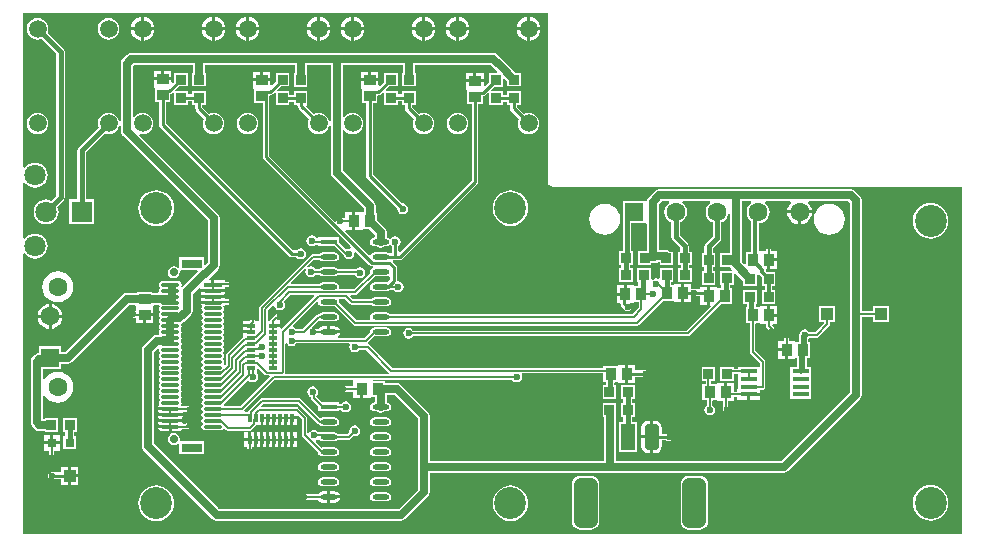
<source format=gtl>
G04*
G04 #@! TF.GenerationSoftware,Altium Limited,Altium Designer,20.0.9 (164)*
G04*
G04 Layer_Physical_Order=1*
G04 Layer_Color=255*
%FSLAX25Y25*%
%MOIN*%
G70*
G01*
G75*
%ADD11C,0.01968*%
%ADD13C,0.01000*%
%ADD18R,0.03543X0.03937*%
%ADD19R,0.03347X0.03347*%
%ADD20R,0.03347X0.03347*%
%ADD21R,0.03937X0.03543*%
%ADD22R,0.05709X0.01772*%
G04:AMPARAMS|DCode=23|XSize=78.74mil|YSize=165.35mil|CornerRadius=19.68mil|HoleSize=0mil|Usage=FLASHONLY|Rotation=0.000|XOffset=0mil|YOffset=0mil|HoleType=Round|Shape=RoundedRectangle|*
%AMROUNDEDRECTD23*
21,1,0.07874,0.12598,0,0,0.0*
21,1,0.03937,0.16535,0,0,0.0*
1,1,0.03937,0.01968,-0.06299*
1,1,0.03937,-0.01968,-0.06299*
1,1,0.03937,-0.01968,0.06299*
1,1,0.03937,0.01968,0.06299*
%
%ADD23ROUNDEDRECTD23*%
%ADD24R,0.04724X0.08661*%
G04:AMPARAMS|DCode=25|XSize=47.24mil|YSize=86.61mil|CornerRadius=11.81mil|HoleSize=0mil|Usage=FLASHONLY|Rotation=0.000|XOffset=0mil|YOffset=0mil|HoleType=Round|Shape=RoundedRectangle|*
%AMROUNDEDRECTD25*
21,1,0.04724,0.06299,0,0,0.0*
21,1,0.02362,0.08661,0,0,0.0*
1,1,0.02362,0.01181,-0.03150*
1,1,0.02362,-0.01181,-0.03150*
1,1,0.02362,-0.01181,0.03150*
1,1,0.02362,0.01181,0.03150*
%
%ADD25ROUNDEDRECTD25*%
%ADD26R,0.03150X0.03150*%
%ADD27O,0.05709X0.01772*%
%ADD28R,0.01400X0.03000*%
%ADD29R,0.03000X0.01400*%
%ADD30R,0.07087X0.03150*%
%ADD31R,0.06299X0.01181*%
%ADD32O,0.06299X0.01181*%
%ADD58R,0.03937X0.03937*%
%ADD59C,0.01181*%
%ADD60C,0.02756*%
%ADD61C,0.00606*%
%ADD62C,0.01575*%
%ADD63R,0.07087X0.07087*%
%ADD64C,0.07087*%
%ADD65R,0.06299X0.06299*%
%ADD66C,0.06299*%
%ADD67R,0.06299X0.06299*%
%ADD68C,0.10630*%
%ADD69C,0.05906*%
%ADD70C,0.02756*%
%ADD71C,0.05000*%
%ADD72C,0.02362*%
G36*
X176369Y119000D02*
X176493Y118376D01*
X176847Y117847D01*
X177376Y117493D01*
X178000Y117369D01*
X314369D01*
Y1631D01*
X1631Y1631D01*
X1631Y94982D01*
X2131Y95151D01*
X2533Y94628D01*
X3399Y93963D01*
X4407Y93546D01*
X5488Y93404D01*
X6570Y93546D01*
X7578Y93963D01*
X8443Y94628D01*
X9107Y95493D01*
X9525Y96501D01*
X9667Y97583D01*
X9525Y98664D01*
X9107Y99672D01*
X8443Y100538D01*
X7578Y101202D01*
X6570Y101619D01*
X5488Y101762D01*
X4407Y101619D01*
X3399Y101202D01*
X2533Y100538D01*
X2131Y100014D01*
X1631Y100184D01*
Y118604D01*
X2131Y118773D01*
X2533Y118250D01*
X3399Y117586D01*
X4407Y117168D01*
X5488Y117026D01*
X6570Y117168D01*
X7578Y117586D01*
X8443Y118250D01*
X9107Y119115D01*
X9525Y120123D01*
X9667Y121205D01*
X9525Y122286D01*
X9107Y123294D01*
X8443Y124160D01*
X7578Y124824D01*
X6570Y125241D01*
X5488Y125384D01*
X4407Y125241D01*
X3399Y124824D01*
X2533Y124160D01*
X2131Y123636D01*
X1631Y123806D01*
Y175369D01*
X176369Y175369D01*
Y119000D01*
D02*
G37*
%LPC*%
G36*
X146878Y173921D02*
Y170500D01*
X150299D01*
X150229Y171032D01*
X149831Y171993D01*
X149197Y172819D01*
X148371Y173453D01*
X147410Y173851D01*
X146878Y173921D01*
D02*
G37*
G36*
X111878D02*
Y170500D01*
X115299D01*
X115229Y171032D01*
X114831Y171993D01*
X114197Y172819D01*
X113371Y173453D01*
X112410Y173851D01*
X111878Y173921D01*
D02*
G37*
G36*
X76878D02*
Y170500D01*
X80299D01*
X80229Y171032D01*
X79831Y171993D01*
X79197Y172819D01*
X78371Y173453D01*
X77410Y173851D01*
X76878Y173921D01*
D02*
G37*
G36*
X145878D02*
X145346Y173851D01*
X144385Y173453D01*
X143559Y172819D01*
X142925Y171993D01*
X142527Y171032D01*
X142457Y170500D01*
X145878D01*
Y173921D01*
D02*
G37*
G36*
X110878D02*
X110346Y173851D01*
X109385Y173453D01*
X108559Y172819D01*
X107925Y171993D01*
X107527Y171032D01*
X107457Y170500D01*
X110878D01*
Y173921D01*
D02*
G37*
G36*
X75878D02*
X75346Y173851D01*
X74384Y173453D01*
X73559Y172819D01*
X72925Y171993D01*
X72527Y171032D01*
X72457Y170500D01*
X75878D01*
Y173921D01*
D02*
G37*
G36*
X170500D02*
Y170500D01*
X173921D01*
X173851Y171032D01*
X173453Y171993D01*
X172819Y172819D01*
X171993Y173453D01*
X171032Y173851D01*
X170500Y173921D01*
D02*
G37*
G36*
X135500D02*
Y170500D01*
X138921D01*
X138851Y171032D01*
X138453Y171993D01*
X137819Y172819D01*
X136993Y173453D01*
X136032Y173851D01*
X135500Y173921D01*
D02*
G37*
G36*
X100500D02*
Y170500D01*
X103921D01*
X103851Y171032D01*
X103453Y171993D01*
X102819Y172819D01*
X101993Y173453D01*
X101032Y173851D01*
X100500Y173921D01*
D02*
G37*
G36*
X65500D02*
Y170500D01*
X68921D01*
X68851Y171032D01*
X68453Y171993D01*
X67819Y172819D01*
X66993Y173453D01*
X66032Y173851D01*
X65500Y173921D01*
D02*
G37*
G36*
X41878D02*
Y170500D01*
X45299D01*
X45229Y171032D01*
X44831Y171993D01*
X44197Y172819D01*
X43371Y173453D01*
X42410Y173851D01*
X41878Y173921D01*
D02*
G37*
G36*
X169500D02*
X168968Y173851D01*
X168007Y173453D01*
X167181Y172819D01*
X166547Y171993D01*
X166149Y171032D01*
X166079Y170500D01*
X169500D01*
Y173921D01*
D02*
G37*
G36*
X134500D02*
X133968Y173851D01*
X133007Y173453D01*
X132181Y172819D01*
X131547Y171993D01*
X131149Y171032D01*
X131079Y170500D01*
X134500D01*
Y173921D01*
D02*
G37*
G36*
X99500D02*
X98968Y173851D01*
X98007Y173453D01*
X97181Y172819D01*
X96547Y171993D01*
X96149Y171032D01*
X96079Y170500D01*
X99500D01*
Y173921D01*
D02*
G37*
G36*
X64500D02*
X63968Y173851D01*
X63007Y173453D01*
X62181Y172819D01*
X61547Y171993D01*
X61149Y171032D01*
X61079Y170500D01*
X64500D01*
Y173921D01*
D02*
G37*
G36*
X40878D02*
X40346Y173851D01*
X39384Y173453D01*
X38559Y172819D01*
X37925Y171993D01*
X37527Y171032D01*
X37457Y170500D01*
X40878D01*
Y173921D01*
D02*
G37*
G36*
X30000Y173583D02*
X29073Y173461D01*
X28208Y173103D01*
X27466Y172534D01*
X26897Y171792D01*
X26539Y170927D01*
X26417Y170000D01*
X26539Y169073D01*
X26897Y168208D01*
X27466Y167466D01*
X28208Y166897D01*
X29073Y166539D01*
X30000Y166417D01*
X30927Y166539D01*
X31792Y166897D01*
X32534Y167466D01*
X33103Y168208D01*
X33461Y169073D01*
X33583Y170000D01*
X33461Y170927D01*
X33103Y171792D01*
X32534Y172534D01*
X31792Y173103D01*
X30927Y173461D01*
X30000Y173583D01*
D02*
G37*
G36*
X150299Y169500D02*
X146878D01*
Y166079D01*
X147410Y166149D01*
X148371Y166547D01*
X149197Y167181D01*
X149831Y168007D01*
X150229Y168968D01*
X150299Y169500D01*
D02*
G37*
G36*
X115299D02*
X111878D01*
Y166079D01*
X112410Y166149D01*
X113371Y166547D01*
X114197Y167181D01*
X114831Y168007D01*
X115229Y168968D01*
X115299Y169500D01*
D02*
G37*
G36*
X80299D02*
X76878D01*
Y166079D01*
X77410Y166149D01*
X78371Y166547D01*
X79197Y167181D01*
X79831Y168007D01*
X80229Y168968D01*
X80299Y169500D01*
D02*
G37*
G36*
X173921Y169500D02*
X170500D01*
Y166079D01*
X171032Y166149D01*
X171993Y166547D01*
X172819Y167181D01*
X173453Y168007D01*
X173851Y168968D01*
X173921Y169500D01*
D02*
G37*
G36*
X138921D02*
X135500D01*
Y166079D01*
X136032Y166149D01*
X136993Y166547D01*
X137819Y167181D01*
X138453Y168007D01*
X138851Y168968D01*
X138921Y169500D01*
D02*
G37*
G36*
X103921D02*
X100500D01*
Y166079D01*
X101032Y166149D01*
X101993Y166547D01*
X102819Y167181D01*
X103453Y168007D01*
X103851Y168968D01*
X103921Y169500D01*
D02*
G37*
G36*
X68921D02*
X65500D01*
Y166079D01*
X66032Y166149D01*
X66993Y166547D01*
X67819Y167181D01*
X68453Y168007D01*
X68851Y168968D01*
X68921Y169500D01*
D02*
G37*
G36*
X45299D02*
X41878D01*
Y166079D01*
X42410Y166149D01*
X43371Y166547D01*
X44197Y167181D01*
X44831Y168007D01*
X45229Y168968D01*
X45299Y169500D01*
D02*
G37*
G36*
X169500D02*
X166079D01*
X166149Y168968D01*
X166547Y168007D01*
X167181Y167181D01*
X168007Y166547D01*
X168968Y166149D01*
X169500Y166079D01*
Y169500D01*
D02*
G37*
G36*
X134500D02*
X131079D01*
X131149Y168968D01*
X131547Y168007D01*
X132181Y167181D01*
X133007Y166547D01*
X133968Y166149D01*
X134500Y166079D01*
Y169500D01*
D02*
G37*
G36*
X99500D02*
X96079D01*
X96149Y168968D01*
X96547Y168007D01*
X97181Y167181D01*
X98007Y166547D01*
X98968Y166149D01*
X99500Y166079D01*
Y169500D01*
D02*
G37*
G36*
X64500D02*
X61079D01*
X61149Y168968D01*
X61547Y168007D01*
X62181Y167181D01*
X63007Y166547D01*
X63968Y166149D01*
X64500Y166079D01*
Y169500D01*
D02*
G37*
G36*
X40878D02*
X37457D01*
X37527Y168968D01*
X37925Y168007D01*
X38559Y167181D01*
X39384Y166547D01*
X40346Y166149D01*
X40878Y166079D01*
Y169500D01*
D02*
G37*
G36*
X145878Y169500D02*
X142457D01*
X142527Y168968D01*
X142925Y168007D01*
X143559Y167181D01*
X144385Y166547D01*
X145346Y166149D01*
X145878Y166079D01*
Y169500D01*
D02*
G37*
G36*
X110878D02*
X107457D01*
X107527Y168968D01*
X107925Y168007D01*
X108559Y167181D01*
X109385Y166547D01*
X110346Y166149D01*
X110878Y166079D01*
Y169500D01*
D02*
G37*
G36*
X75878D02*
X72457D01*
X72527Y168968D01*
X72925Y168007D01*
X73559Y167181D01*
X74384Y166547D01*
X75346Y166149D01*
X75878Y166079D01*
Y169500D01*
D02*
G37*
G36*
X158213Y162017D02*
X37614D01*
X36843Y161863D01*
X36188Y161426D01*
X34574Y159812D01*
X34137Y159157D01*
X33983Y158386D01*
Y139297D01*
X33483Y139264D01*
X33461Y139431D01*
X33103Y140296D01*
X32534Y141038D01*
X31792Y141607D01*
X30927Y141965D01*
X30000Y142087D01*
X29073Y141965D01*
X28208Y141607D01*
X27466Y141038D01*
X26897Y140296D01*
X26539Y139431D01*
X26417Y138504D01*
X26539Y137576D01*
X26695Y137199D01*
X20000Y130504D01*
X19693Y130045D01*
X19585Y129504D01*
Y113143D01*
X16857D01*
Y104857D01*
X25143D01*
Y113143D01*
X22415D01*
Y128918D01*
X28695Y135199D01*
X29073Y135043D01*
X30000Y134921D01*
X30927Y135043D01*
X31792Y135401D01*
X32534Y135970D01*
X33103Y136712D01*
X33461Y137576D01*
X33483Y137743D01*
X33983Y137711D01*
Y136000D01*
X34137Y135228D01*
X34574Y134574D01*
X62983Y106165D01*
Y92030D01*
X62259Y91306D01*
X61797Y91497D01*
Y93939D01*
X53510D01*
Y90565D01*
X53010Y90346D01*
X52520Y90674D01*
X51748Y90828D01*
X50976Y90674D01*
X50322Y90237D01*
X49885Y89583D01*
X49731Y88811D01*
X49885Y88039D01*
X50322Y87385D01*
X50976Y86948D01*
X51748Y86794D01*
X52520Y86948D01*
X53174Y87385D01*
X53611Y88039D01*
X53765Y88811D01*
X53709Y89089D01*
X54120Y89589D01*
X59609D01*
X59801Y89127D01*
X54677Y84003D01*
X54489Y84095D01*
X54264Y84298D01*
X54340Y84677D01*
X54247Y85142D01*
X53984Y85535D01*
X53591Y85799D01*
X53126Y85891D01*
X51632D01*
X51000Y86017D01*
X50368Y85891D01*
X48008D01*
X47543Y85799D01*
X47150Y85535D01*
X46886Y85142D01*
X46794Y84677D01*
X46886Y84212D01*
X47150Y83819D01*
Y83567D01*
X46886Y83173D01*
X46794Y82709D01*
X46832Y82517D01*
X46483Y82017D01*
X44568D01*
Y82372D01*
X39432D01*
Y82017D01*
X36000D01*
X35228Y81863D01*
X34574Y81426D01*
X15543Y62395D01*
X14269D01*
Y64127D01*
X6770D01*
Y61986D01*
X6151Y61863D01*
X5497Y61426D01*
X4574Y60504D01*
X4137Y59849D01*
X3983Y59078D01*
Y38923D01*
X4137Y38151D01*
X4574Y37497D01*
X5539Y36532D01*
X6193Y36095D01*
X6965Y35941D01*
X8676D01*
Y35727D01*
X13222D01*
Y40273D01*
X8676D01*
Y39975D01*
X8017D01*
Y47886D01*
X8507Y47983D01*
X8521Y47949D01*
X9343Y46878D01*
X10414Y46057D01*
X11661Y45540D01*
X13000Y45364D01*
X14339Y45540D01*
X15586Y46057D01*
X16657Y46878D01*
X17479Y47949D01*
X17996Y49197D01*
X18172Y50535D01*
X17996Y51874D01*
X17479Y53121D01*
X16657Y54192D01*
X15586Y55014D01*
X14339Y55531D01*
X13000Y55707D01*
X11661Y55531D01*
X10414Y55014D01*
X9343Y54192D01*
X8521Y53121D01*
X8507Y53088D01*
X8017Y53185D01*
Y56628D01*
X14269D01*
Y58361D01*
X16378D01*
X17150Y58515D01*
X17804Y58952D01*
X36835Y77983D01*
X38936D01*
X39076Y77483D01*
X39031Y77457D01*
X39031Y77387D01*
X39031Y77387D01*
Y75978D01*
X38901Y75866D01*
X38532Y75731D01*
X38352Y75851D01*
X38000Y75921D01*
X37648Y75851D01*
X37349Y75651D01*
X37149Y75352D01*
X37079Y75000D01*
X37149Y74648D01*
X37349Y74349D01*
X37664Y74034D01*
X37963Y73834D01*
X38315Y73764D01*
X39031D01*
Y71913D01*
X41500D01*
Y74685D01*
X42000D01*
Y75185D01*
X44969D01*
Y77387D01*
X44969Y77387D01*
Y77457D01*
X44924Y77483D01*
X45064Y77983D01*
X46800D01*
X47030Y77483D01*
X46886Y77268D01*
X46794Y76803D01*
X46886Y76338D01*
X47150Y75945D01*
Y75693D01*
X46886Y75299D01*
X46794Y74835D01*
X46886Y74370D01*
X47150Y73976D01*
Y73724D01*
X46886Y73331D01*
X46794Y72866D01*
X46886Y72401D01*
X47150Y72008D01*
Y71756D01*
X46886Y71362D01*
X46794Y70898D01*
X46886Y70433D01*
X47150Y70039D01*
Y69787D01*
X46886Y69394D01*
X46794Y68929D01*
X46876Y68517D01*
X46855Y68418D01*
X46584Y68017D01*
X46000D01*
X45228Y67863D01*
X44574Y67426D01*
X41574Y64426D01*
X41137Y63772D01*
X40983Y63000D01*
Y31000D01*
X41137Y30228D01*
X41574Y29574D01*
X64574Y6574D01*
X65228Y6137D01*
X66000Y5983D01*
X127500D01*
X128272Y6137D01*
X128926Y6574D01*
X136426Y14074D01*
X136863Y14728D01*
X137017Y15500D01*
Y21983D01*
X255000D01*
X255772Y22137D01*
X256426Y22574D01*
X280426Y46574D01*
X280863Y47228D01*
X281017Y48000D01*
Y74079D01*
X284931D01*
Y72431D01*
X290069D01*
Y77569D01*
X284931D01*
Y75921D01*
X281017D01*
Y112886D01*
X280863Y113657D01*
X280426Y114312D01*
X278812Y115926D01*
X278157Y116363D01*
X277386Y116517D01*
X239376D01*
X239000Y116592D01*
X213575D01*
X212803Y116438D01*
X212149Y116001D01*
X209999Y113851D01*
X209562Y113197D01*
X209470Y112735D01*
X208970Y112750D01*
Y112750D01*
X201471D01*
Y106774D01*
X201444Y106638D01*
Y95848D01*
X200302D01*
Y91302D01*
X200959D01*
Y90273D01*
X200176D01*
Y85727D01*
X204722D01*
Y90273D01*
X203789D01*
Y91302D01*
X204848D01*
Y95848D01*
X204273D01*
Y105250D01*
X208909D01*
X208970Y105250D01*
X209408Y105102D01*
Y95887D01*
X208972D01*
X208778Y95848D01*
X206404D01*
Y91302D01*
X210950D01*
Y91853D01*
X211894D01*
X212666Y92007D01*
X213072Y92279D01*
X213676D01*
Y91227D01*
X218222D01*
Y95773D01*
X217053D01*
X216476Y96158D01*
X215705Y96312D01*
X213442D01*
Y111590D01*
X214410Y112558D01*
X216656D01*
X216826Y112058D01*
X216326Y111674D01*
X215725Y110891D01*
X215347Y109979D01*
X215218Y109000D01*
X215347Y108021D01*
X215725Y107109D01*
X216326Y106326D01*
X217109Y105725D01*
X217585Y105527D01*
Y100465D01*
X217693Y99923D01*
X218000Y99464D01*
X220585Y96879D01*
Y95773D01*
X219778D01*
Y91227D01*
X220688D01*
Y90273D01*
X219829D01*
Y85727D01*
X224376D01*
Y90273D01*
X223517D01*
Y91227D01*
X224324D01*
Y95773D01*
X223415D01*
Y97465D01*
X223307Y98006D01*
X223000Y98465D01*
X220415Y101050D01*
Y105527D01*
X220891Y105725D01*
X221674Y106326D01*
X222275Y107109D01*
X222653Y108021D01*
X222782Y109000D01*
X222653Y109979D01*
X222275Y110891D01*
X221674Y111674D01*
X221174Y112058D01*
X221344Y112558D01*
X230436D01*
X230606Y112058D01*
X230105Y111674D01*
X229504Y110891D01*
X229126Y109979D01*
X228998Y109000D01*
X229126Y108021D01*
X229504Y107109D01*
X230105Y106326D01*
X230889Y105725D01*
X231365Y105527D01*
Y100830D01*
X229000Y98465D01*
X228693Y98006D01*
X228585Y97465D01*
Y95273D01*
X227727D01*
Y90727D01*
X228585D01*
Y89273D01*
X227727D01*
Y84727D01*
X232273D01*
Y89273D01*
X231415D01*
Y90727D01*
X232273D01*
Y95273D01*
X231415D01*
Y96879D01*
X233780Y99244D01*
X234086Y99703D01*
X234194Y100244D01*
Y105527D01*
X234670Y105725D01*
X235454Y106326D01*
X236055Y107109D01*
X236433Y108021D01*
X236483Y108406D01*
X236983Y108373D01*
Y95273D01*
X233829D01*
Y90727D01*
X237132D01*
X237137Y90701D01*
X237574Y90046D01*
X237885Y89735D01*
X237694Y89273D01*
X233829D01*
Y84727D01*
X234294D01*
Y83569D01*
X232943D01*
X232772Y83969D01*
X230500D01*
Y81000D01*
Y78031D01*
X230588D01*
X230779Y77570D01*
X222630Y69421D01*
X131527D01*
X131284Y69784D01*
X130695Y70178D01*
X130000Y70316D01*
X129305Y70178D01*
X128716Y69784D01*
X128322Y69195D01*
X128184Y68500D01*
X128322Y67805D01*
X128716Y67216D01*
X129305Y66822D01*
X130000Y66684D01*
X130695Y66822D01*
X131284Y67216D01*
X131527Y67579D01*
X223012D01*
X223364Y67649D01*
X223663Y67849D01*
X234246Y78431D01*
X237687D01*
Y83569D01*
X237123D01*
Y84727D01*
X238376D01*
Y88591D01*
X238838Y88783D01*
X241624Y85996D01*
Y84302D01*
X246171D01*
Y88059D01*
X246634Y88314D01*
X246671Y88308D01*
X246914Y87944D01*
X247727Y87131D01*
Y84302D01*
X248786D01*
Y82848D01*
X247727D01*
Y78302D01*
X252273D01*
Y82848D01*
X251214D01*
Y84302D01*
X252273D01*
Y88848D01*
X249443D01*
X248986Y89305D01*
Y89716D01*
X248986Y89716D01*
X249246Y90031D01*
X249500D01*
Y93000D01*
X250000D01*
Y93500D01*
X252772D01*
Y95969D01*
X250921D01*
Y97465D01*
X250851Y97817D01*
X250651Y98116D01*
X250352Y98315D01*
X250000Y98385D01*
X249648Y98315D01*
X249349Y98116D01*
X249149Y97817D01*
X249079Y97465D01*
Y95969D01*
X247228D01*
X247214Y95935D01*
X246714Y96038D01*
Y105238D01*
X247538Y105347D01*
X248450Y105725D01*
X249233Y106326D01*
X249834Y107109D01*
X250212Y108021D01*
X250341Y109000D01*
X250212Y109979D01*
X249834Y110891D01*
X249233Y111674D01*
X248831Y111983D01*
X249000Y112483D01*
X257284D01*
X257445Y112010D01*
X257379Y111960D01*
X256714Y111093D01*
X256296Y110083D01*
X256219Y109500D01*
X264458D01*
X264381Y110083D01*
X263963Y111093D01*
X263298Y111960D01*
X263233Y112010D01*
X263393Y112483D01*
X276550D01*
X276983Y112050D01*
Y75000D01*
Y48835D01*
X254165Y26017D01*
X199017D01*
Y40727D01*
X199222D01*
Y45273D01*
X194676D01*
Y40727D01*
X194983D01*
Y26017D01*
X137017D01*
Y41000D01*
X136863Y41772D01*
X136426Y42426D01*
X127426Y51426D01*
X126772Y51863D01*
X126000Y52017D01*
X122029D01*
Y52569D01*
X117753Y52569D01*
X117708Y52742D01*
X118008Y53079D01*
X164473D01*
X164716Y52716D01*
X165305Y52322D01*
X166000Y52184D01*
X166695Y52322D01*
X167284Y52716D01*
X167678Y53305D01*
X167816Y54000D01*
X167684Y54663D01*
X167685Y54771D01*
X167895Y55163D01*
X194971D01*
Y52431D01*
X195731D01*
Y51273D01*
X194676D01*
Y46727D01*
X199222D01*
Y51273D01*
X198560D01*
Y52078D01*
X198914Y52431D01*
X199644Y52431D01*
X199886Y52031D01*
X199956Y52031D01*
X199956Y52031D01*
X202157D01*
Y55000D01*
Y57968D01*
X199956D01*
X199956Y57968D01*
X199886D01*
X199644Y57569D01*
X199386Y57569D01*
X194971D01*
Y57005D01*
X124652D01*
X117006Y64651D01*
X116708Y64851D01*
X116514Y64889D01*
X116385Y65347D01*
X116389Y65407D01*
X116428Y65433D01*
X118516Y67521D01*
X118693Y67485D01*
X122630D01*
X123210Y67601D01*
X123701Y67929D01*
X124030Y68421D01*
X124145Y69000D01*
X124030Y69580D01*
X123701Y70072D01*
X123210Y70400D01*
X122630Y70515D01*
X118693D01*
X118114Y70400D01*
X117622Y70072D01*
X117294Y69580D01*
X117178Y69000D01*
X117214Y68823D01*
X115396Y67005D01*
X106616D01*
X106464Y67505D01*
X106667Y67641D01*
X107084Y68265D01*
X107131Y68500D01*
X103339D01*
Y69000D01*
X102839D01*
Y70923D01*
X101370D01*
X100635Y70777D01*
X100011Y70360D01*
X99718Y69921D01*
X98000D01*
X97913Y69904D01*
X97667Y70365D01*
X100237Y72935D01*
X100299Y72929D01*
X100791Y72601D01*
X101370Y72485D01*
X105307D01*
X105887Y72601D01*
X106379Y72929D01*
X106707Y73421D01*
X106822Y74000D01*
X106707Y74580D01*
X106379Y75072D01*
X105887Y75400D01*
X105307Y75515D01*
X101370D01*
X100791Y75400D01*
X100299Y75072D01*
X100199Y74921D01*
X100000D01*
X99648Y74851D01*
X99349Y74651D01*
X94619Y69921D01*
X92527D01*
X92284Y70284D01*
X91695Y70678D01*
X91619Y70693D01*
X91474Y71171D01*
X99371Y79069D01*
X99517Y79048D01*
X99881Y78872D01*
X99971Y78421D01*
X100299Y77929D01*
X100791Y77601D01*
X101370Y77485D01*
X105307D01*
X105485Y77521D01*
X111657Y71349D01*
X111955Y71149D01*
X112308Y71079D01*
X206000D01*
X206352Y71149D01*
X206651Y71349D01*
X214734Y79431D01*
X218372D01*
X218543Y79031D01*
X220815D01*
Y82000D01*
Y84969D01*
X218543D01*
X218372Y84569D01*
X217415D01*
Y85727D01*
X218273D01*
Y90273D01*
X213727D01*
Y86853D01*
X213286Y86617D01*
X213195Y86678D01*
X212500Y86816D01*
X211805Y86678D01*
X211324Y86357D01*
X210944Y86488D01*
X210824Y86578D01*
Y90273D01*
X206278D01*
Y85727D01*
X206611D01*
Y84497D01*
X206258Y84143D01*
X205273Y84143D01*
X205031Y84543D01*
X204962Y84543D01*
X204962Y84543D01*
X202760D01*
Y81575D01*
X202260D01*
Y81075D01*
X199488D01*
Y78606D01*
X200526D01*
X200817Y78211D01*
X200903Y77781D01*
X201146Y77418D01*
X202207Y76357D01*
X202571Y76113D01*
X203000Y76028D01*
X203429Y76113D01*
X203793Y76357D01*
X204036Y76720D01*
X204122Y77150D01*
X204036Y77579D01*
X203793Y77943D01*
X203591Y78144D01*
X203783Y78606D01*
X204962D01*
X204962Y78606D01*
X205031D01*
X205273Y79006D01*
X205532Y79006D01*
X206654D01*
Y76956D01*
X204619Y74921D01*
X123802Y74921D01*
X123701Y75072D01*
X123210Y75400D01*
X122630Y75515D01*
X118693D01*
X118114Y75400D01*
X117622Y75072D01*
X117294Y74580D01*
X117178Y74000D01*
X117294Y73421D01*
X117026Y72921D01*
X112689D01*
X106787Y78823D01*
X106822Y79000D01*
X106707Y79580D01*
X106975Y80079D01*
X108619D01*
X110348Y78349D01*
X110647Y78150D01*
X111000Y78079D01*
X117522D01*
X117622Y77929D01*
X118114Y77601D01*
X118693Y77485D01*
X122630D01*
X123210Y77601D01*
X123701Y77929D01*
X124030Y78421D01*
X124145Y79000D01*
X124030Y79580D01*
X123701Y80072D01*
X123210Y80400D01*
X122630Y80515D01*
X118693D01*
X118114Y80400D01*
X117622Y80072D01*
X117522Y79921D01*
X111381D01*
X110479Y80823D01*
X110670Y81286D01*
X112206D01*
X112559Y81356D01*
X112857Y81555D01*
X118788Y87485D01*
X122630D01*
X123210Y87601D01*
X123378Y87713D01*
X123878Y87446D01*
Y86465D01*
X122880Y85466D01*
X122630Y85515D01*
X118693D01*
X118114Y85400D01*
X117622Y85071D01*
X117294Y84580D01*
X117178Y84000D01*
X117294Y83421D01*
X117622Y82929D01*
X118114Y82601D01*
X118693Y82485D01*
X122630D01*
X123210Y82601D01*
X123701Y82929D01*
X123802Y83079D01*
X125040D01*
X125283Y82716D01*
X125872Y82322D01*
X126567Y82184D01*
X127262Y82322D01*
X127851Y82716D01*
X128245Y83305D01*
X128383Y84000D01*
X128245Y84695D01*
X127851Y85284D01*
X127262Y85678D01*
X126567Y85816D01*
X126543Y85811D01*
X126122Y86237D01*
Y90467D01*
X126122Y90467D01*
X126036Y90896D01*
X125793Y91260D01*
X125793Y91260D01*
X124675Y92379D01*
X124882Y92879D01*
X127000D01*
X127000Y92879D01*
X127429Y92964D01*
X127793Y93207D01*
X152903Y118317D01*
X152903Y118317D01*
X153146Y118681D01*
X153232Y119110D01*
X153232Y119110D01*
Y144971D01*
X154679D01*
Y147012D01*
X154724Y147493D01*
X155154Y147578D01*
X155517Y147821D01*
X156375Y148679D01*
X156837Y148487D01*
Y144624D01*
X161383D01*
Y145776D01*
X162837D01*
Y144727D01*
X163878D01*
Y143504D01*
X163878Y143504D01*
X163964Y143075D01*
X164207Y142711D01*
X166816Y140102D01*
X166539Y139431D01*
X166417Y138504D01*
X166539Y137576D01*
X166897Y136712D01*
X167466Y135970D01*
X168208Y135401D01*
X169073Y135043D01*
X170000Y134921D01*
X170927Y135043D01*
X171792Y135401D01*
X172534Y135970D01*
X173103Y136712D01*
X173461Y137576D01*
X173583Y138504D01*
X173461Y139431D01*
X173103Y140296D01*
X172534Y141038D01*
X171792Y141607D01*
X170927Y141965D01*
X170000Y142087D01*
X169073Y141965D01*
X168402Y141688D01*
X166122Y143968D01*
Y144727D01*
X167384D01*
Y149273D01*
X162837D01*
Y148019D01*
X161383D01*
Y149171D01*
X157520D01*
X157329Y149633D01*
X158423Y150727D01*
X161383D01*
Y153324D01*
X161845Y153515D01*
X162837Y152524D01*
Y150829D01*
X167384D01*
Y155376D01*
X165689D01*
X164271Y156794D01*
X164187Y156919D01*
X162553Y158553D01*
X162428Y158636D01*
X159639Y161426D01*
X158984Y161863D01*
X158213Y162017D01*
D02*
G37*
G36*
X6378Y142087D02*
X5451Y141965D01*
X4586Y141607D01*
X3844Y141038D01*
X3275Y140296D01*
X2917Y139431D01*
X2795Y138504D01*
X2917Y137576D01*
X3275Y136712D01*
X3844Y135970D01*
X4586Y135401D01*
X5451Y135043D01*
X6378Y134921D01*
X7305Y135043D01*
X8170Y135401D01*
X8912Y135970D01*
X9481Y136712D01*
X9839Y137576D01*
X9961Y138504D01*
X9839Y139431D01*
X9481Y140296D01*
X8912Y141038D01*
X8170Y141607D01*
X7305Y141965D01*
X6378Y142087D01*
D02*
G37*
G36*
Y173583D02*
X5451Y173461D01*
X4586Y173103D01*
X3844Y172534D01*
X3275Y171792D01*
X2917Y170927D01*
X2795Y170000D01*
X2917Y169073D01*
X3275Y168208D01*
X3844Y167466D01*
X4586Y166897D01*
X5451Y166539D01*
X6378Y166417D01*
X7305Y166539D01*
X7683Y166695D01*
X12585Y161792D01*
Y114397D01*
X10945Y112757D01*
X10271Y113037D01*
X9189Y113179D01*
X8107Y113037D01*
X7100Y112619D01*
X6234Y111955D01*
X5570Y111090D01*
X5152Y110082D01*
X5010Y109000D01*
X5152Y107918D01*
X5570Y106911D01*
X6234Y106045D01*
X7100Y105381D01*
X8107Y104963D01*
X9189Y104821D01*
X10271Y104963D01*
X11278Y105381D01*
X12144Y106045D01*
X12808Y106911D01*
X13226Y107918D01*
X13368Y109000D01*
X13226Y110082D01*
X12946Y110757D01*
X15000Y112811D01*
X15307Y113270D01*
X15415Y113811D01*
Y162378D01*
X15307Y162919D01*
X15000Y163378D01*
X9683Y168695D01*
X9839Y169073D01*
X9961Y170000D01*
X9839Y170927D01*
X9481Y171792D01*
X8912Y172534D01*
X8170Y173103D01*
X7305Y173461D01*
X6378Y173583D01*
D02*
G37*
G36*
X264458Y108500D02*
X260839D01*
Y104880D01*
X261422Y104957D01*
X262431Y105375D01*
X263298Y106041D01*
X263963Y106907D01*
X264381Y107917D01*
X264458Y108500D01*
D02*
G37*
G36*
X259839D02*
X256219D01*
X256296Y107917D01*
X256714Y106907D01*
X257379Y106041D01*
X258246Y105375D01*
X259255Y104957D01*
X259839Y104880D01*
Y108500D01*
D02*
G37*
G36*
X163953Y116211D02*
X162793Y116097D01*
X161678Y115759D01*
X160651Y115210D01*
X159750Y114471D01*
X159011Y113570D01*
X158462Y112542D01*
X158123Y111427D01*
X158009Y110268D01*
X158123Y109108D01*
X158462Y107993D01*
X159011Y106966D01*
X159750Y106065D01*
X160651Y105326D01*
X161678Y104777D01*
X162793Y104438D01*
X163953Y104324D01*
X165112Y104438D01*
X166227Y104777D01*
X167255Y105326D01*
X168156Y106065D01*
X168895Y106966D01*
X169444Y107993D01*
X169782Y109108D01*
X169896Y110268D01*
X169782Y111427D01*
X169444Y112542D01*
X168895Y113570D01*
X168156Y114471D01*
X167255Y115210D01*
X166227Y115759D01*
X165112Y116097D01*
X163953Y116211D01*
D02*
G37*
G36*
X45842D02*
X44683Y116097D01*
X43568Y115759D01*
X42540Y115210D01*
X41640Y114471D01*
X40901Y113570D01*
X40351Y112542D01*
X40013Y111427D01*
X39899Y110268D01*
X40013Y109108D01*
X40351Y107993D01*
X40901Y106966D01*
X41640Y106065D01*
X42540Y105326D01*
X43568Y104777D01*
X44683Y104438D01*
X45842Y104324D01*
X47002Y104438D01*
X48117Y104777D01*
X49145Y105326D01*
X50045Y106065D01*
X50784Y106966D01*
X51334Y107993D01*
X51672Y109108D01*
X51786Y110268D01*
X51672Y111427D01*
X51334Y112542D01*
X50784Y113570D01*
X50045Y114471D01*
X49145Y115210D01*
X48117Y115759D01*
X47002Y116097D01*
X45842Y116211D01*
D02*
G37*
G36*
X270181Y111691D02*
X268843Y111515D01*
X267595Y110999D01*
X266524Y110177D01*
X265702Y109106D01*
X265185Y107858D01*
X265009Y106520D01*
X265185Y105181D01*
X265702Y103934D01*
X266524Y102863D01*
X267595Y102041D01*
X268843Y101524D01*
X270181Y101348D01*
X271520Y101524D01*
X272767Y102041D01*
X273838Y102863D01*
X274660Y103934D01*
X275177Y105181D01*
X275353Y106520D01*
X275177Y107858D01*
X274660Y109106D01*
X273838Y110177D01*
X272767Y110999D01*
X271520Y111515D01*
X270181Y111691D01*
D02*
G37*
G36*
X195378D02*
X194039Y111515D01*
X192792Y110999D01*
X191721Y110177D01*
X190899Y109106D01*
X190382Y107858D01*
X190206Y106520D01*
X190382Y105181D01*
X190899Y103934D01*
X191721Y102863D01*
X192792Y102041D01*
X194039Y101524D01*
X195378Y101348D01*
X196716Y101524D01*
X197964Y102041D01*
X199035Y102863D01*
X199857Y103934D01*
X200374Y105181D01*
X200550Y106520D01*
X200374Y107858D01*
X199857Y109106D01*
X199035Y110177D01*
X197964Y110999D01*
X196716Y111515D01*
X195378Y111691D01*
D02*
G37*
G36*
X304000Y111944D02*
X302840Y111829D01*
X301726Y111491D01*
X300698Y110942D01*
X299797Y110203D01*
X299058Y109302D01*
X298509Y108274D01*
X298171Y107159D01*
X298056Y106000D01*
X298171Y104841D01*
X298509Y103726D01*
X299058Y102698D01*
X299797Y101797D01*
X300698Y101058D01*
X301726Y100509D01*
X302840Y100171D01*
X304000Y100056D01*
X305159Y100171D01*
X306275Y100509D01*
X307302Y101058D01*
X308203Y101797D01*
X308942Y102698D01*
X309491Y103726D01*
X309829Y104841D01*
X309944Y106000D01*
X309829Y107159D01*
X309491Y108274D01*
X308942Y109302D01*
X308203Y110203D01*
X307302Y110942D01*
X306275Y111491D01*
X305159Y111829D01*
X304000Y111944D01*
D02*
G37*
G36*
X252772Y92500D02*
X250500D01*
Y90031D01*
X252772D01*
Y92500D01*
D02*
G37*
G36*
X201760Y84543D02*
X199488D01*
Y82075D01*
X201760D01*
Y84543D01*
D02*
G37*
G36*
X13000Y89172D02*
X11661Y88996D01*
X10414Y88479D01*
X9343Y87657D01*
X8521Y86586D01*
X8004Y85339D01*
X7828Y84000D01*
X8004Y82661D01*
X8521Y81414D01*
X9343Y80343D01*
X10414Y79521D01*
X11661Y79004D01*
X13000Y78828D01*
X14339Y79004D01*
X15586Y79521D01*
X16657Y80343D01*
X17479Y81414D01*
X17996Y82661D01*
X18172Y84000D01*
X17996Y85339D01*
X17479Y86586D01*
X16657Y87657D01*
X15586Y88479D01*
X14339Y88996D01*
X13000Y89172D01*
D02*
G37*
G36*
X224087Y84969D02*
X221815D01*
Y82000D01*
Y79031D01*
X224087D01*
Y80878D01*
X227228D01*
Y78031D01*
X229500D01*
Y81000D01*
Y83969D01*
X227228D01*
Y83122D01*
X224087D01*
Y84969D01*
D02*
G37*
G36*
X252772Y77543D02*
X250500D01*
Y75075D01*
X252772D01*
Y77543D01*
D02*
G37*
G36*
X11020Y78277D02*
Y74657D01*
X14639D01*
X14562Y75241D01*
X14144Y76250D01*
X13479Y77117D01*
X12612Y77782D01*
X11603Y78200D01*
X11020Y78277D01*
D02*
G37*
G36*
X10020D02*
X9436Y78200D01*
X8427Y77782D01*
X7560Y77117D01*
X6895Y76250D01*
X6477Y75241D01*
X6400Y74657D01*
X10020D01*
Y78277D01*
D02*
G37*
G36*
X44969Y74185D02*
X42500D01*
Y71913D01*
X44969D01*
Y74185D01*
D02*
G37*
G36*
X14639Y73658D02*
X11020D01*
Y70038D01*
X11603Y70115D01*
X12612Y70533D01*
X13479Y71198D01*
X14144Y72065D01*
X14562Y73074D01*
X14639Y73658D01*
D02*
G37*
G36*
X10020D02*
X6400D01*
X6477Y73074D01*
X6895Y72065D01*
X7560Y71198D01*
X8427Y70533D01*
X9436Y70115D01*
X10020Y70038D01*
Y73658D01*
D02*
G37*
G36*
X105307Y70923D02*
X103839D01*
Y69500D01*
X107131D01*
X107084Y69736D01*
X106667Y70360D01*
X106043Y70777D01*
X105307Y70923D01*
D02*
G37*
G36*
X272069Y77569D02*
X266932D01*
Y72431D01*
X268579D01*
Y71881D01*
X265619Y68921D01*
X263527D01*
X263284Y69284D01*
X262695Y69678D01*
X262000Y69816D01*
X261305Y69678D01*
X260716Y69284D01*
X260322Y68695D01*
X260269Y68428D01*
X260172Y68282D01*
X260049Y67664D01*
Y65922D01*
X259695Y65569D01*
X259013Y65569D01*
X258772Y65969D01*
X258702Y65969D01*
X258702Y65969D01*
X256921D01*
Y68000D01*
X256851Y68352D01*
X256651Y68651D01*
X256352Y68851D01*
X256000Y68921D01*
X255648Y68851D01*
X255349Y68651D01*
X255149Y68352D01*
X255079Y68000D01*
Y65969D01*
X253228D01*
Y63500D01*
X256000D01*
Y63000D01*
X256500D01*
Y60031D01*
X258702D01*
X258702Y60031D01*
X258772D01*
X258872Y60198D01*
X259453Y60253D01*
X259629Y60078D01*
Y57293D01*
X257207D01*
Y54321D01*
Y51762D01*
Y49203D01*
Y46644D01*
X264116D01*
Y49203D01*
Y51762D01*
Y54321D01*
Y57293D01*
X262859D01*
Y60431D01*
X263687D01*
Y65569D01*
X263279D01*
Y66713D01*
X263284Y66716D01*
X263527Y67079D01*
X266000D01*
X266352Y67149D01*
X266651Y67349D01*
X270151Y70849D01*
X270351Y71148D01*
X270421Y71500D01*
Y72431D01*
X272069D01*
Y77569D01*
D02*
G37*
G36*
X246171Y82848D02*
X241624D01*
Y78302D01*
X242877D01*
Y77143D01*
X242313D01*
Y72006D01*
X243764D01*
Y62315D01*
X243834Y61963D01*
X244034Y61664D01*
X247079Y58619D01*
Y57674D01*
X246793Y57293D01*
X239884D01*
Y56728D01*
X238324D01*
Y57273D01*
X233778D01*
Y52727D01*
X238324D01*
Y54886D01*
X239884D01*
Y50016D01*
X239484D01*
Y49051D01*
X238429D01*
Y51968D01*
X236157D01*
Y49000D01*
X235157D01*
Y51968D01*
X232956D01*
X232956Y51968D01*
X232886D01*
X232644Y51569D01*
X232386Y51569D01*
X230870D01*
Y52727D01*
X232222D01*
Y57273D01*
X227676D01*
Y52727D01*
X229028D01*
Y51569D01*
X227971D01*
Y46431D01*
X229422D01*
Y44527D01*
X229058Y44284D01*
X228665Y43695D01*
X228526Y43000D01*
X228665Y42305D01*
X229058Y41716D01*
X229648Y41322D01*
X230343Y41184D01*
X231037Y41322D01*
X231627Y41716D01*
X232020Y42305D01*
X232158Y43000D01*
X232020Y43695D01*
X231627Y44284D01*
X231263Y44527D01*
Y46078D01*
X231617Y46431D01*
X232644Y46431D01*
X232886Y46031D01*
X232956Y46031D01*
X232956Y46031D01*
X234737D01*
Y43343D01*
X234807Y42990D01*
X235006Y42691D01*
X235349Y42349D01*
X235648Y42149D01*
X236000Y42079D01*
X236352Y42149D01*
X236651Y42349D01*
X236851Y42648D01*
X236921Y43000D01*
X236851Y43352D01*
X236651Y43651D01*
X236578Y43724D01*
Y46031D01*
X238429D01*
Y47209D01*
X239484D01*
Y46244D01*
X242839D01*
Y48130D01*
X243339D01*
Y48630D01*
X247193D01*
Y49768D01*
X248000D01*
X248352Y49838D01*
X248651Y50038D01*
X248851Y50337D01*
X248921Y50689D01*
Y59000D01*
X248851Y59352D01*
X248651Y59651D01*
X245606Y62696D01*
Y71653D01*
X245959Y72006D01*
X246987Y72006D01*
X247228Y71606D01*
X247298Y71606D01*
X247298Y71606D01*
X249079D01*
Y71000D01*
X249149Y70648D01*
X249349Y70349D01*
X250079Y69619D01*
Y69000D01*
X250149Y68648D01*
X250349Y68349D01*
X250648Y68149D01*
X251000Y68079D01*
X251352Y68149D01*
X251651Y68349D01*
X251851Y68648D01*
X251921Y69000D01*
Y70000D01*
X251851Y70352D01*
X251651Y70651D01*
X251196Y71106D01*
X251403Y71606D01*
X252772D01*
Y74075D01*
X250000D01*
Y74575D01*
X249500D01*
Y77543D01*
X247298D01*
X247298Y77543D01*
X247228D01*
X246987Y77143D01*
X246728Y77143D01*
X245706D01*
Y78302D01*
X246171D01*
Y82848D01*
D02*
G37*
G36*
X255500Y62500D02*
X253228D01*
Y60031D01*
X255500D01*
Y62500D01*
D02*
G37*
G36*
X205429Y57968D02*
X203157D01*
Y55000D01*
Y52031D01*
X205429D01*
Y53878D01*
X209000D01*
X209429Y53964D01*
X209793Y54207D01*
X210036Y54571D01*
X210121Y55000D01*
X210036Y55429D01*
X209793Y55793D01*
X209429Y56036D01*
X209000Y56122D01*
X205429D01*
Y57968D01*
D02*
G37*
G36*
X247193Y47630D02*
X243839D01*
Y46244D01*
X247193D01*
Y47630D01*
D02*
G37*
G36*
X210547Y39342D02*
X209866D01*
X209015Y39173D01*
X208294Y38691D01*
X207812Y37969D01*
X207642Y37118D01*
Y34468D01*
X210547D01*
Y39342D01*
D02*
G37*
G36*
X13669Y34575D02*
X11594D01*
Y32500D01*
X13669D01*
Y34575D01*
D02*
G37*
G36*
X10594D02*
X8520D01*
Y32500D01*
X10594D01*
Y34575D01*
D02*
G37*
G36*
X212228Y39342D02*
X211547D01*
Y33968D01*
Y28595D01*
X212228D01*
X213079Y28764D01*
X213801Y29246D01*
X214283Y29968D01*
X214452Y30819D01*
Y32823D01*
X215804D01*
X215813Y32814D01*
X216177Y32570D01*
X216607Y32485D01*
X217036Y32570D01*
X217400Y32814D01*
X217643Y33177D01*
X217728Y33606D01*
X217643Y34036D01*
X217400Y34400D01*
X217061Y34738D01*
X216697Y34981D01*
X216268Y35066D01*
X216268Y35066D01*
X214452D01*
Y37118D01*
X214283Y37969D01*
X213801Y38691D01*
X213079Y39173D01*
X212228Y39342D01*
D02*
G37*
G36*
X19324Y40273D02*
X14778D01*
Y35727D01*
X15585D01*
Y34175D01*
X14825D01*
Y29825D01*
X19175D01*
Y34175D01*
X18415D01*
Y35727D01*
X19324D01*
Y40273D01*
D02*
G37*
G36*
X205324Y51273D02*
X200778D01*
Y46727D01*
X201637D01*
Y45273D01*
X200778D01*
Y40727D01*
X201637D01*
Y38899D01*
X200211D01*
Y29038D01*
X206135D01*
Y38899D01*
X204466D01*
Y40727D01*
X205324D01*
Y45273D01*
X204466D01*
Y46727D01*
X205324D01*
Y51273D01*
D02*
G37*
G36*
X210547Y33468D02*
X207642D01*
Y30819D01*
X207812Y29968D01*
X208294Y29246D01*
X209015Y28764D01*
X209866Y28595D01*
X210547D01*
Y33468D01*
D02*
G37*
G36*
X13669Y31500D02*
X11095D01*
X8520D01*
Y29425D01*
X10079D01*
Y27000D01*
X10149Y26648D01*
X10349Y26349D01*
X10648Y26149D01*
X11000Y26079D01*
X11352Y26149D01*
X11651Y26349D01*
X11851Y26648D01*
X11921Y27000D01*
Y29425D01*
X13669D01*
Y31500D01*
D02*
G37*
G36*
X19969Y23968D02*
X17500D01*
Y21500D01*
X19969D01*
Y23968D01*
D02*
G37*
G36*
Y20500D02*
X17500D01*
Y18032D01*
X19969D01*
Y20500D01*
D02*
G37*
G36*
X16500Y23968D02*
X14031D01*
Y22121D01*
X11000D01*
X10571Y22036D01*
X10207Y21793D01*
X9964Y21429D01*
X9878Y21000D01*
X9964Y20571D01*
X10207Y20207D01*
X10571Y19964D01*
X11000Y19879D01*
X14031D01*
Y18032D01*
X16500D01*
Y21000D01*
Y23968D01*
D02*
G37*
G36*
X304000Y17944D02*
X302840Y17829D01*
X301726Y17491D01*
X300698Y16942D01*
X299797Y16203D01*
X299058Y15302D01*
X298509Y14275D01*
X298171Y13160D01*
X298056Y12000D01*
X298171Y10841D01*
X298509Y9725D01*
X299058Y8698D01*
X299797Y7797D01*
X300698Y7058D01*
X301726Y6509D01*
X302840Y6171D01*
X304000Y6056D01*
X305159Y6171D01*
X306275Y6509D01*
X307302Y7058D01*
X308203Y7797D01*
X308942Y8698D01*
X309491Y9725D01*
X309829Y10841D01*
X309944Y12000D01*
X309829Y13160D01*
X309491Y14275D01*
X308942Y15302D01*
X308203Y16203D01*
X307302Y16942D01*
X306275Y17491D01*
X305159Y17829D01*
X304000Y17944D01*
D02*
G37*
G36*
X163953Y17786D02*
X162793Y17672D01*
X161678Y17334D01*
X160651Y16784D01*
X159750Y16045D01*
X159011Y15145D01*
X158462Y14117D01*
X158123Y13002D01*
X158009Y11842D01*
X158123Y10683D01*
X158462Y9568D01*
X159011Y8540D01*
X159750Y7640D01*
X160651Y6901D01*
X161678Y6351D01*
X162793Y6013D01*
X163953Y5899D01*
X165112Y6013D01*
X166227Y6351D01*
X167255Y6901D01*
X168156Y7640D01*
X168895Y8540D01*
X169444Y9568D01*
X169782Y10683D01*
X169896Y11842D01*
X169782Y13002D01*
X169444Y14117D01*
X168895Y15145D01*
X168156Y16045D01*
X167255Y16784D01*
X166227Y17334D01*
X165112Y17672D01*
X163953Y17786D01*
D02*
G37*
G36*
X45842D02*
X44683Y17672D01*
X43568Y17334D01*
X42540Y16784D01*
X41640Y16045D01*
X40901Y15145D01*
X40351Y14117D01*
X40013Y13002D01*
X39899Y11842D01*
X40013Y10683D01*
X40351Y9568D01*
X40901Y8540D01*
X41640Y7640D01*
X42540Y6901D01*
X43568Y6351D01*
X44683Y6013D01*
X45842Y5899D01*
X47002Y6013D01*
X48117Y6351D01*
X49145Y6901D01*
X50045Y7640D01*
X50784Y8540D01*
X51334Y9568D01*
X51672Y10683D01*
X51786Y11842D01*
X51672Y13002D01*
X51334Y14117D01*
X50784Y15145D01*
X50045Y16045D01*
X49145Y16784D01*
X48117Y17334D01*
X47002Y17672D01*
X45842Y17786D01*
D02*
G37*
G36*
X227189Y20890D02*
X223252D01*
X222581Y20802D01*
X221957Y20543D01*
X221420Y20131D01*
X221008Y19594D01*
X220750Y18970D01*
X220661Y18299D01*
Y5701D01*
X220750Y5030D01*
X221008Y4405D01*
X221420Y3869D01*
X221957Y3457D01*
X222581Y3198D01*
X223252Y3110D01*
X227189D01*
X227859Y3198D01*
X228484Y3457D01*
X229021Y3869D01*
X229433Y4405D01*
X229691Y5030D01*
X229780Y5701D01*
Y18299D01*
X229691Y18970D01*
X229433Y19594D01*
X229021Y20131D01*
X228484Y20543D01*
X227859Y20802D01*
X227189Y20890D01*
D02*
G37*
G36*
X190969D02*
X187031D01*
X186361Y20802D01*
X185736Y20543D01*
X185200Y20131D01*
X184788Y19594D01*
X184529Y18970D01*
X184441Y18299D01*
Y5701D01*
X184529Y5030D01*
X184788Y4405D01*
X185200Y3869D01*
X185736Y3457D01*
X186361Y3198D01*
X187031Y3110D01*
X190969D01*
X191639Y3198D01*
X192264Y3457D01*
X192800Y3869D01*
X193212Y4405D01*
X193471Y5030D01*
X193559Y5701D01*
Y18299D01*
X193471Y18970D01*
X193212Y19594D01*
X192800Y20131D01*
X192264Y20543D01*
X191639Y20802D01*
X190969Y20890D01*
D02*
G37*
%LPD*%
G36*
X159587Y155773D02*
X159528Y155485D01*
X159400Y155273D01*
X156837D01*
Y152313D01*
X155541Y151017D01*
X155079Y151208D01*
Y152157D01*
X152110D01*
X149142D01*
Y149886D01*
X149542Y149714D01*
Y144971D01*
X150989D01*
Y119575D01*
X127084Y95670D01*
X126622Y95861D01*
Y97607D01*
X126784Y97716D01*
X127178Y98305D01*
X127316Y99000D01*
X127178Y99695D01*
X126784Y100284D01*
X126195Y100678D01*
X125500Y100816D01*
X124805Y100678D01*
X124216Y100284D01*
X124074Y100072D01*
X123701D01*
X123210Y100400D01*
X122678Y100506D01*
Y102141D01*
X122525Y102913D01*
X122088Y103568D01*
X119372Y106283D01*
Y108569D01*
X119017D01*
Y111000D01*
X118863Y111772D01*
X118426Y112426D01*
X108017Y122835D01*
Y136227D01*
X108517Y136397D01*
X108844Y135970D01*
X109586Y135401D01*
X110450Y135043D01*
X111378Y134921D01*
X112305Y135043D01*
X113170Y135401D01*
X113912Y135970D01*
X114481Y136712D01*
X114839Y137576D01*
X114961Y138504D01*
X114839Y139431D01*
X114481Y140296D01*
X113912Y141038D01*
X113170Y141607D01*
X112305Y141965D01*
X111378Y142087D01*
X110450Y141965D01*
X109586Y141607D01*
X108844Y141038D01*
X108517Y140611D01*
X108017Y140781D01*
Y157983D01*
X127983D01*
Y155376D01*
X127837D01*
Y150829D01*
X132384D01*
Y155376D01*
X132017D01*
Y157983D01*
X157377D01*
X159587Y155773D01*
D02*
G37*
G36*
X103983Y139297D02*
X103483Y139264D01*
X103461Y139431D01*
X103103Y140296D01*
X102534Y141038D01*
X101792Y141607D01*
X100927Y141965D01*
X100000Y142087D01*
X99073Y141965D01*
X98402Y141688D01*
X95928Y144162D01*
X96119Y144624D01*
X96273D01*
Y149171D01*
X91727D01*
Y148019D01*
X90273D01*
Y149273D01*
X86410D01*
X86219Y149735D01*
X87313Y150829D01*
X90273D01*
Y155376D01*
X85727D01*
Y152415D01*
X84430Y151119D01*
X83969Y151310D01*
Y152500D01*
X81000D01*
X78031D01*
Y150228D01*
X78431Y150057D01*
Y145313D01*
X81347D01*
Y127306D01*
X81347Y127305D01*
X81432Y126876D01*
X81675Y126513D01*
X110904Y97284D01*
X110889Y97180D01*
X110325Y96782D01*
X110154Y96816D01*
X109459Y96678D01*
X109143Y96467D01*
X106793Y98817D01*
Y100486D01*
X99885D01*
Y100366D01*
X99803Y100309D01*
X99124Y100436D01*
X99019Y100592D01*
X98430Y100986D01*
X97735Y101124D01*
X97040Y100986D01*
X96451Y100592D01*
X96057Y100003D01*
X95919Y99308D01*
X96057Y98613D01*
X96451Y98024D01*
X97040Y97631D01*
X97735Y97492D01*
X98430Y97631D01*
X99019Y98024D01*
X99069Y98099D01*
X99885D01*
Y97514D01*
X105491D01*
X108420Y94585D01*
X108476Y94305D01*
X108870Y93716D01*
X109459Y93322D01*
X110154Y93184D01*
X110849Y93322D01*
X111438Y93716D01*
X111832Y94305D01*
X111970Y95000D01*
X111936Y95171D01*
X112334Y95735D01*
X112437Y95751D01*
X116966Y91221D01*
X116966Y91221D01*
X117330Y90978D01*
X117760Y90893D01*
X118029D01*
X118113Y90400D01*
X117622Y90071D01*
X117294Y89580D01*
X117178Y89000D01*
X117264Y88567D01*
X111825Y83127D01*
X107067D01*
X106748Y83627D01*
X106822Y84000D01*
X106707Y84580D01*
X106379Y85071D01*
X105887Y85400D01*
X105307Y85515D01*
X101370D01*
X100791Y85400D01*
X100299Y85071D01*
X100199Y84921D01*
X90877D01*
X90685Y85383D01*
X95470Y90168D01*
X95859Y89850D01*
X95756Y89695D01*
X95617Y89000D01*
X95756Y88305D01*
X96149Y87716D01*
X96738Y87322D01*
X97433Y87184D01*
X98128Y87322D01*
X98717Y87716D01*
X98960Y88079D01*
X100199D01*
X100299Y87929D01*
X100791Y87601D01*
X101370Y87485D01*
X105307D01*
X105887Y87601D01*
X106379Y87929D01*
X106479Y88080D01*
X112067D01*
X112072Y88055D01*
X112466Y87466D01*
X113055Y87072D01*
X113750Y86934D01*
X114445Y87072D01*
X115034Y87466D01*
X115428Y88055D01*
X115566Y88750D01*
X115428Y89445D01*
X115034Y90034D01*
X114445Y90428D01*
X113750Y90566D01*
X113055Y90428D01*
X112466Y90034D01*
X112390Y89921D01*
X106479D01*
X106379Y90071D01*
X105887Y90400D01*
X105307Y90515D01*
X101370D01*
X100791Y90400D01*
X100299Y90071D01*
X100198Y89921D01*
X98960D01*
X98717Y90284D01*
X98128Y90678D01*
X97433Y90816D01*
X96738Y90678D01*
X96584Y90575D01*
X96265Y90963D01*
X98382Y93080D01*
X100199D01*
X100299Y92929D01*
X100791Y92601D01*
X101370Y92485D01*
X105307D01*
X105887Y92601D01*
X106379Y92929D01*
X106707Y93421D01*
X106822Y94000D01*
X106707Y94580D01*
X106379Y95072D01*
X105887Y95400D01*
X105307Y95515D01*
X101370D01*
X100791Y95400D01*
X100299Y95072D01*
X100199Y94921D01*
X98000D01*
X97648Y94851D01*
X97349Y94651D01*
X80389Y77692D01*
X80190Y77393D01*
X80120Y77040D01*
Y73088D01*
X79850Y72700D01*
X78921D01*
Y74000D01*
X78851Y74352D01*
X78651Y74651D01*
X78352Y74851D01*
X78000Y74921D01*
X77648Y74851D01*
X77349Y74651D01*
X77149Y74352D01*
X77079Y74000D01*
Y72731D01*
X77048Y72700D01*
X74850D01*
Y71500D01*
X77350D01*
Y70500D01*
X74850D01*
Y69500D01*
X77350D01*
Y68500D01*
X74850D01*
Y67300D01*
X74511Y66940D01*
X69396Y61825D01*
X69196Y61526D01*
X69126Y61174D01*
Y58218D01*
X68944Y58048D01*
X68371Y58163D01*
X68278Y58409D01*
X68421Y58622D01*
X68513Y59087D01*
X68421Y59551D01*
X68158Y59945D01*
Y60197D01*
X68421Y60590D01*
X68513Y61055D01*
X68421Y61520D01*
X68158Y61913D01*
Y62165D01*
X68421Y62559D01*
X68513Y63024D01*
X68421Y63488D01*
X68158Y63882D01*
Y64134D01*
X68421Y64527D01*
X68513Y64992D01*
X68421Y65457D01*
X68158Y65850D01*
Y66102D01*
X68421Y66496D01*
X68513Y66961D01*
X68421Y67425D01*
X68158Y67819D01*
Y68071D01*
X68421Y68464D01*
X68513Y68929D01*
X68421Y69394D01*
X68158Y69787D01*
Y70039D01*
X68421Y70433D01*
X68513Y70898D01*
X68421Y71362D01*
X68158Y71756D01*
Y72008D01*
X68421Y72401D01*
X68513Y72866D01*
X68421Y73331D01*
X68158Y73724D01*
Y73976D01*
X68421Y74370D01*
X68513Y74835D01*
X68421Y75299D01*
X68158Y75693D01*
Y75945D01*
X68421Y76338D01*
X68513Y76803D01*
X68421Y77268D01*
X68263Y77503D01*
X68446Y77625D01*
X68670Y77961D01*
X70882D01*
X71234Y78031D01*
X71533Y78230D01*
X71651Y78349D01*
X71851Y78648D01*
X71921Y79000D01*
X71851Y79352D01*
X71651Y79651D01*
X71352Y79851D01*
X71000Y79921D01*
X70648Y79851D01*
X70575Y79802D01*
X69141D01*
X68872Y80240D01*
X60659D01*
X60683Y80120D01*
X60926Y79756D01*
X60683Y79392D01*
X60659Y79272D01*
X64740D01*
Y78272D01*
X60659D01*
X60683Y78151D01*
X61034Y77625D01*
X61217Y77503D01*
X61060Y77268D01*
X60967Y76803D01*
X61060Y76338D01*
X61323Y75945D01*
Y75693D01*
X61060Y75299D01*
X60967Y74835D01*
X61060Y74370D01*
X61323Y73976D01*
Y73724D01*
X61060Y73331D01*
X60967Y72866D01*
X61060Y72401D01*
X61323Y72008D01*
Y71756D01*
X61060Y71362D01*
X60967Y70898D01*
X61060Y70433D01*
X61323Y70039D01*
Y69787D01*
X61060Y69394D01*
X60967Y68929D01*
X61060Y68464D01*
X61323Y68071D01*
Y67819D01*
X61060Y67425D01*
X60967Y66961D01*
X61060Y66496D01*
X61323Y66102D01*
Y65850D01*
X61060Y65457D01*
X60967Y64992D01*
X61060Y64527D01*
X61323Y64134D01*
Y63882D01*
X61060Y63488D01*
X60967Y63024D01*
X61060Y62559D01*
X61323Y62165D01*
Y61913D01*
X61060Y61520D01*
X60967Y61055D01*
X61060Y60590D01*
X61323Y60197D01*
Y59945D01*
X61060Y59551D01*
X60967Y59087D01*
X61060Y58622D01*
X61323Y58228D01*
Y57976D01*
X61060Y57583D01*
X60967Y57118D01*
X61060Y56653D01*
X61323Y56260D01*
Y56008D01*
X61060Y55614D01*
X60967Y55150D01*
X61060Y54685D01*
X61323Y54291D01*
Y54039D01*
X61060Y53646D01*
X60967Y53181D01*
X61060Y52716D01*
X61323Y52323D01*
Y52071D01*
X61060Y51677D01*
X60967Y51213D01*
X61060Y50748D01*
X61323Y50354D01*
Y50102D01*
X61060Y49709D01*
X60967Y49244D01*
X61060Y48780D01*
X61323Y48386D01*
Y48134D01*
X61060Y47740D01*
X60967Y47276D01*
X61060Y46811D01*
X61323Y46417D01*
Y46165D01*
X61060Y45772D01*
X60967Y45307D01*
X61060Y44842D01*
X61323Y44449D01*
Y44197D01*
X61060Y43803D01*
X60967Y43339D01*
X61060Y42874D01*
X61323Y42480D01*
Y42228D01*
X61060Y41835D01*
X60967Y41370D01*
X61060Y40905D01*
X61323Y40512D01*
Y40260D01*
X61060Y39866D01*
X60967Y39402D01*
X61060Y38937D01*
X61323Y38543D01*
Y38291D01*
X61060Y37898D01*
X60967Y37433D01*
X61060Y36968D01*
X61323Y36575D01*
X61717Y36312D01*
X62181Y36219D01*
X67299D01*
X67764Y36312D01*
X68158Y36575D01*
X68199Y36636D01*
X68839Y36704D01*
X69194Y36349D01*
X69492Y36149D01*
X69845Y36079D01*
X77177D01*
X77530Y36149D01*
X77828Y36349D01*
X78940Y37461D01*
X79300Y37800D01*
X80079D01*
Y37000D01*
X80149Y36648D01*
X80349Y36349D01*
X80648Y36149D01*
X81000Y36079D01*
X81352Y36149D01*
X81651Y36349D01*
X81851Y36648D01*
X81921Y37000D01*
Y37800D01*
X82500D01*
Y40300D01*
X83500D01*
Y37800D01*
X84500D01*
Y40300D01*
X85500D01*
Y37800D01*
X86500D01*
Y40300D01*
X87500D01*
Y37800D01*
X88500D01*
Y40300D01*
X89500D01*
Y37800D01*
X90500D01*
Y40300D01*
X91000D01*
Y40800D01*
X92700D01*
Y40989D01*
X93162Y41181D01*
X94394Y39948D01*
Y34738D01*
X94464Y34385D01*
X94664Y34086D01*
X99882Y28868D01*
X99971Y28421D01*
X100299Y27929D01*
X100791Y27601D01*
X101370Y27485D01*
X105307D01*
X105887Y27601D01*
X106379Y27929D01*
X106707Y28421D01*
X106822Y29000D01*
X106707Y29580D01*
X106379Y30071D01*
X105887Y30400D01*
X105307Y30515D01*
X101370D01*
X100927Y30427D01*
X99017Y32337D01*
X99146Y32763D01*
X99222Y32840D01*
X99592Y33088D01*
X100160Y33047D01*
X100247Y33008D01*
X100299Y32929D01*
X100791Y32601D01*
X101370Y32485D01*
X105307D01*
X105887Y32601D01*
X106379Y32929D01*
X106479Y33079D01*
X110000D01*
X110353Y33150D01*
X110651Y33349D01*
X111572Y34269D01*
X112000Y34184D01*
X112695Y34322D01*
X113284Y34716D01*
X113678Y35305D01*
X113816Y36000D01*
X113678Y36695D01*
X113284Y37284D01*
X112695Y37678D01*
X112000Y37816D01*
X111305Y37678D01*
X110716Y37284D01*
X110322Y36695D01*
X110184Y36000D01*
X110269Y35572D01*
X109619Y34921D01*
X106479D01*
X106379Y35072D01*
X105887Y35400D01*
X105307Y35515D01*
X101370D01*
X101090Y35460D01*
X100001D01*
X99784Y35784D01*
X99195Y36178D01*
X98500Y36316D01*
X97805Y36178D01*
X97216Y35784D01*
X97043Y35525D01*
X96402Y35386D01*
X96236Y35509D01*
Y40330D01*
X96166Y40682D01*
X95966Y40981D01*
X93296Y43651D01*
X92997Y43851D01*
X92645Y43921D01*
X81099D01*
X80908Y44383D01*
X81604Y45079D01*
X92989D01*
X99719Y38349D01*
X100018Y38150D01*
X100172Y38119D01*
X100299Y37929D01*
X100791Y37601D01*
X101370Y37485D01*
X105307D01*
X105887Y37601D01*
X106379Y37929D01*
X106707Y38421D01*
X106822Y39000D01*
X106707Y39580D01*
X106379Y40071D01*
X105887Y40400D01*
X105307Y40515D01*
X101370D01*
X100791Y40400D01*
X100480Y40193D01*
X94022Y46651D01*
X93723Y46851D01*
X93371Y46921D01*
X81223D01*
X80870Y46851D01*
X80572Y46651D01*
X76746Y42825D01*
X76546Y42527D01*
X76521Y42400D01*
X75700D01*
Y42400D01*
X75326Y42388D01*
X75177Y42875D01*
X85381Y53079D01*
X111117D01*
X111571Y52969D01*
X111571Y52579D01*
Y50921D01*
X108000D01*
X107648Y50851D01*
X107349Y50651D01*
X107149Y50352D01*
X107079Y50000D01*
X107149Y49648D01*
X107349Y49349D01*
X107648Y49149D01*
X108000Y49079D01*
X111571D01*
Y47032D01*
X113842D01*
Y50000D01*
X114842D01*
Y47032D01*
X117044D01*
X117044Y47032D01*
X117114D01*
X117356Y47431D01*
X117614Y47431D01*
X118645D01*
Y45506D01*
X118114Y45400D01*
X117622Y45072D01*
X117294Y44580D01*
X117178Y44000D01*
X117294Y43421D01*
X117622Y42929D01*
X118114Y42601D01*
X118693Y42485D01*
X119369D01*
X119890Y42137D01*
X120662Y41984D01*
X121433Y42137D01*
X121955Y42485D01*
X122630D01*
X123210Y42601D01*
X123701Y42929D01*
X124030Y43421D01*
X124145Y44000D01*
X124030Y44580D01*
X123701Y45072D01*
X123210Y45400D01*
X122678Y45506D01*
Y47983D01*
X125165D01*
X132983Y40165D01*
Y24000D01*
Y23000D01*
Y16335D01*
X126665Y10017D01*
X66835D01*
X45017Y31835D01*
Y62165D01*
X46386Y63534D01*
X46847Y63287D01*
X46794Y63024D01*
X46886Y62559D01*
X47150Y62165D01*
Y61913D01*
X46886Y61520D01*
X46794Y61055D01*
X46886Y60590D01*
X47150Y60197D01*
Y59945D01*
X46886Y59551D01*
X46794Y59087D01*
X46886Y58622D01*
X47150Y58228D01*
Y57976D01*
X46886Y57583D01*
X46794Y57118D01*
X46886Y56653D01*
X47150Y56260D01*
Y56008D01*
X46886Y55614D01*
X46794Y55150D01*
X46886Y54685D01*
X47150Y54291D01*
Y54039D01*
X46886Y53646D01*
X46794Y53181D01*
X46886Y52716D01*
X47150Y52323D01*
Y52071D01*
X46886Y51677D01*
X46794Y51213D01*
X46886Y50748D01*
X47150Y50354D01*
Y50102D01*
X46886Y49709D01*
X46794Y49244D01*
X46886Y48780D01*
X47150Y48386D01*
Y48134D01*
X46886Y47740D01*
X46794Y47276D01*
X46886Y46811D01*
X47150Y46417D01*
Y46165D01*
X46886Y45772D01*
X46794Y45307D01*
X46886Y44842D01*
X47044Y44607D01*
X46861Y44485D01*
X46510Y43959D01*
X46486Y43839D01*
X50567D01*
Y42839D01*
X46486D01*
X46510Y42718D01*
X46753Y42354D01*
X46510Y41991D01*
X46486Y41870D01*
X54699D01*
X54968Y42308D01*
X56410D01*
X56648Y42149D01*
X57000Y42079D01*
X57352Y42149D01*
X57651Y42349D01*
X57851Y42648D01*
X57921Y43000D01*
X57851Y43352D01*
X57651Y43651D01*
X57423Y43880D01*
X57124Y44079D01*
X56771Y44149D01*
X54497D01*
X54273Y44485D01*
X54090Y44607D01*
X54247Y44842D01*
X54340Y45307D01*
X54247Y45772D01*
X53984Y46165D01*
Y46417D01*
X54247Y46811D01*
X54340Y47276D01*
X54247Y47740D01*
X53984Y48134D01*
Y48386D01*
X54247Y48780D01*
X54340Y49244D01*
X54247Y49709D01*
X53984Y50102D01*
Y50354D01*
X54247Y50748D01*
X54340Y51213D01*
X54247Y51677D01*
X53984Y52071D01*
Y52323D01*
X54247Y52716D01*
X54340Y53181D01*
X54247Y53646D01*
X53984Y54039D01*
Y54291D01*
X54247Y54685D01*
X54340Y55150D01*
X54247Y55614D01*
X53984Y56008D01*
Y56260D01*
X54247Y56653D01*
X54340Y57118D01*
X54247Y57583D01*
X53984Y57976D01*
Y58228D01*
X54247Y58622D01*
X54340Y59087D01*
X54247Y59551D01*
X53984Y59945D01*
Y60197D01*
X54247Y60590D01*
X54340Y61055D01*
X54247Y61520D01*
X53984Y61913D01*
Y62165D01*
X54247Y62559D01*
X54340Y63024D01*
X54247Y63488D01*
X53984Y63882D01*
Y64134D01*
X54247Y64527D01*
X54340Y64992D01*
X54247Y65457D01*
X53984Y65850D01*
Y66102D01*
X54247Y66496D01*
X54340Y66961D01*
X54247Y67425D01*
X53984Y67819D01*
Y68071D01*
X54247Y68464D01*
X54340Y68929D01*
X54247Y69394D01*
X53984Y69787D01*
Y70039D01*
X54247Y70433D01*
X54340Y70898D01*
X54268Y71258D01*
X54381Y71790D01*
X55035Y72228D01*
X57426Y74619D01*
X57863Y75273D01*
X58017Y76045D01*
Y81639D01*
X60129Y83751D01*
X60590Y83560D01*
Y83209D01*
X68890D01*
Y83918D01*
X70838D01*
X71191Y83988D01*
X71490Y84187D01*
X71651Y84349D01*
X71851Y84648D01*
X71921Y85000D01*
X71851Y85352D01*
X71651Y85651D01*
X71352Y85851D01*
X71000Y85921D01*
X70648Y85851D01*
X70511Y85759D01*
X68890D01*
Y86268D01*
X65240D01*
Y84677D01*
X64240D01*
Y86268D01*
X63568D01*
X63416Y86768D01*
X63442Y86785D01*
X66426Y89769D01*
X66863Y90423D01*
X67017Y91195D01*
Y107000D01*
X66863Y107772D01*
X66426Y108426D01*
X40271Y134581D01*
X40384Y134870D01*
X40527Y135033D01*
X41378Y134921D01*
X42305Y135043D01*
X43170Y135401D01*
X43912Y135970D01*
X44481Y136712D01*
X44839Y137576D01*
X44961Y138504D01*
X44839Y139431D01*
X44481Y140296D01*
X43912Y141038D01*
X43170Y141607D01*
X42305Y141965D01*
X41378Y142087D01*
X40451Y141965D01*
X39586Y141607D01*
X38844Y141038D01*
X38517Y140611D01*
X38017Y140781D01*
Y157550D01*
X38450Y157983D01*
X57983D01*
Y155376D01*
X57774D01*
Y150829D01*
X62321D01*
Y155376D01*
X62017D01*
Y157983D01*
X91983D01*
Y155273D01*
X91727D01*
Y150727D01*
X96273D01*
Y155273D01*
X96017D01*
Y157983D01*
X103983D01*
Y139297D01*
D02*
G37*
G36*
X85727Y148590D02*
Y144727D01*
X90273D01*
Y145776D01*
X91727D01*
Y144624D01*
X92843D01*
X93142Y144240D01*
X93228Y143811D01*
X93471Y143447D01*
X96816Y140102D01*
X96539Y139431D01*
X96417Y138504D01*
X96539Y137576D01*
X96897Y136712D01*
X97466Y135970D01*
X98208Y135401D01*
X99073Y135043D01*
X100000Y134921D01*
X100927Y135043D01*
X101792Y135401D01*
X102534Y135970D01*
X103103Y136712D01*
X103461Y137576D01*
X103483Y137743D01*
X103983Y137711D01*
Y122000D01*
X104137Y121228D01*
X104574Y120574D01*
X114983Y110165D01*
Y109064D01*
X114483Y108924D01*
X114457Y108968D01*
X114387Y108968D01*
X114387Y108968D01*
X112185D01*
Y106000D01*
Y103032D01*
X114387D01*
X114387Y103032D01*
X114457D01*
X114698Y103431D01*
X114957Y103431D01*
X116520D01*
X118645Y101306D01*
Y100506D01*
X118114Y100400D01*
X117622Y100072D01*
X117294Y99580D01*
X117178Y99000D01*
X117294Y98421D01*
X117622Y97929D01*
X118114Y97601D01*
X118693Y97485D01*
X119369D01*
X119890Y97137D01*
X120662Y96984D01*
X121433Y97137D01*
X121955Y97485D01*
X122630D01*
X123210Y97601D01*
X123701Y97929D01*
X124012D01*
X124205Y97732D01*
X124216Y97716D01*
X124231Y97706D01*
X124378Y97555D01*
Y95122D01*
X123626D01*
X123210Y95400D01*
X122630Y95515D01*
X118693D01*
X118114Y95400D01*
X117622Y95072D01*
X117371Y94696D01*
X116815Y94545D01*
X108769Y102591D01*
X109036Y103032D01*
X111185D01*
Y106000D01*
Y108968D01*
X108913D01*
Y106921D01*
X107000D01*
X106648Y106851D01*
X106349Y106651D01*
X106149Y106352D01*
X106079Y106000D01*
X106082Y105985D01*
X105621Y105739D01*
X83590Y127770D01*
Y146413D01*
X83590Y146413D01*
X83569Y146522D01*
Y147470D01*
X83854Y147835D01*
X84284Y147921D01*
X84647Y148164D01*
X85265Y148781D01*
X85727Y148590D01*
D02*
G37*
G36*
X244288Y111983D02*
X243885Y111674D01*
X243284Y110891D01*
X242906Y109979D01*
X242777Y109000D01*
X242906Y108021D01*
X243284Y107109D01*
X243885Y106326D01*
X244286Y106018D01*
Y95569D01*
X242313D01*
Y91664D01*
X241851Y91473D01*
X241017Y92308D01*
Y112483D01*
X244118D01*
X244288Y111983D01*
D02*
G37*
G36*
X98521Y80823D02*
X87650Y69952D01*
X87150Y70159D01*
Y70500D01*
X84650D01*
Y71500D01*
X87150D01*
Y72700D01*
X87150Y72700D01*
X87298Y73138D01*
X87352Y73149D01*
X87651Y73349D01*
X87851Y73648D01*
X87921Y74000D01*
X87851Y74352D01*
X87651Y74651D01*
X87352Y74851D01*
X87000Y74921D01*
X86000D01*
X85648Y74851D01*
X85349Y74651D01*
X83999Y73301D01*
X83799Y73002D01*
X83739Y72700D01*
X83168D01*
Y76160D01*
X84730Y77721D01*
X85272Y77557D01*
X85322Y77305D01*
X85716Y76716D01*
X86305Y76322D01*
X87000Y76184D01*
X87695Y76322D01*
X88284Y76716D01*
X88678Y77305D01*
X88816Y78000D01*
X88678Y78695D01*
X88405Y79103D01*
X90588Y81286D01*
X98330D01*
X98521Y80823D01*
D02*
G37*
G36*
X110315Y64771D02*
X110316Y64663D01*
X110184Y64000D01*
X110322Y63305D01*
X110716Y62716D01*
X111305Y62322D01*
X112000Y62184D01*
X112695Y62322D01*
X113284Y62716D01*
X113527Y63079D01*
X115974D01*
X123620Y55433D01*
X123638Y55421D01*
X123486Y54921D01*
X89132D01*
X88853Y55396D01*
X88855Y55421D01*
X88921Y55752D01*
Y65006D01*
X89421Y65158D01*
X89716Y64716D01*
X90305Y64322D01*
X91000Y64184D01*
X91695Y64322D01*
X92284Y64716D01*
X92583Y65163D01*
X110105D01*
X110315Y64771D01*
D02*
G37*
G36*
X82125Y54746D02*
X82424Y54546D01*
X82776Y54476D01*
X83521D01*
X83712Y54014D01*
X73957Y44259D01*
X68632D01*
X68365Y44759D01*
X68421Y44842D01*
X68455Y45017D01*
X76212Y52774D01*
X76710Y52725D01*
X76716Y52716D01*
X77305Y52322D01*
X78000Y52184D01*
X78695Y52322D01*
X79284Y52716D01*
X79678Y53305D01*
X79816Y54000D01*
X79678Y54695D01*
X79340Y55200D01*
X79450Y55700D01*
X79450D01*
Y56767D01*
X79912Y56959D01*
X82125Y54746D01*
D02*
G37*
%LPC*%
G36*
X119968Y155772D02*
X117500D01*
Y153500D01*
X119968D01*
Y155772D01*
D02*
G37*
G36*
X116500D02*
X114032D01*
Y153500D01*
X116500D01*
Y155772D01*
D02*
G37*
G36*
X155079Y155429D02*
X152610D01*
Y153157D01*
X155079D01*
Y155429D01*
D02*
G37*
G36*
X151610D02*
X149142D01*
Y153157D01*
X151610D01*
Y155429D01*
D02*
G37*
G36*
X126383Y155376D02*
X121837D01*
Y152415D01*
X120430Y151009D01*
X119968Y151200D01*
Y152500D01*
X117000D01*
X114032D01*
Y150228D01*
X114432Y150057D01*
Y145313D01*
X115878D01*
Y121000D01*
X115878Y121000D01*
X115964Y120571D01*
X116207Y120207D01*
X126222Y110192D01*
X126184Y110000D01*
X126322Y109305D01*
X126716Y108716D01*
X127305Y108322D01*
X128000Y108184D01*
X128695Y108322D01*
X129284Y108716D01*
X129678Y109305D01*
X129816Y110000D01*
X129678Y110695D01*
X129284Y111284D01*
X128695Y111678D01*
X128000Y111816D01*
X127808Y111778D01*
X118122Y121465D01*
Y145313D01*
X119569D01*
Y147544D01*
X119965Y147835D01*
X120394Y147921D01*
X120758Y148164D01*
X121375Y148781D01*
X121837Y148590D01*
Y144727D01*
X126383D01*
Y145878D01*
X127837D01*
Y144727D01*
X128878D01*
Y143504D01*
X128878Y143504D01*
X128964Y143075D01*
X129207Y142711D01*
X131816Y140102D01*
X131539Y139431D01*
X131417Y138504D01*
X131539Y137576D01*
X131897Y136712D01*
X132466Y135970D01*
X133208Y135401D01*
X134073Y135043D01*
X135000Y134921D01*
X135927Y135043D01*
X136792Y135401D01*
X137534Y135970D01*
X138103Y136712D01*
X138461Y137576D01*
X138583Y138504D01*
X138461Y139431D01*
X138103Y140296D01*
X137534Y141038D01*
X136792Y141607D01*
X135927Y141965D01*
X135000Y142087D01*
X134073Y141965D01*
X133402Y141688D01*
X131122Y143968D01*
Y144727D01*
X132384D01*
Y149273D01*
X127837D01*
Y148122D01*
X126383D01*
Y149273D01*
X122520D01*
X122329Y149735D01*
X123423Y150829D01*
X126383D01*
Y155376D01*
D02*
G37*
G36*
X146378Y142087D02*
X145450Y141965D01*
X144586Y141607D01*
X143844Y141038D01*
X143275Y140296D01*
X142917Y139431D01*
X142795Y138504D01*
X142917Y137576D01*
X143275Y136712D01*
X143844Y135970D01*
X144586Y135401D01*
X145450Y135043D01*
X146378Y134921D01*
X147305Y135043D01*
X148170Y135401D01*
X148912Y135970D01*
X149481Y136712D01*
X149839Y137576D01*
X149961Y138504D01*
X149839Y139431D01*
X149481Y140296D01*
X148912Y141038D01*
X148170Y141607D01*
X147305Y141965D01*
X146378Y142087D01*
D02*
G37*
G36*
X50968Y156087D02*
X48500D01*
Y153815D01*
X50968D01*
Y156087D01*
D02*
G37*
G36*
X47500D02*
X45031D01*
Y153815D01*
X47500D01*
Y156087D01*
D02*
G37*
G36*
X83969Y155772D02*
X81500D01*
Y153500D01*
X83969D01*
Y155772D01*
D02*
G37*
G36*
X80500D02*
X78031D01*
Y153500D01*
X80500D01*
Y155772D01*
D02*
G37*
G36*
X56321Y155376D02*
X51774D01*
Y152415D01*
X51430Y152072D01*
X50968Y152263D01*
Y152815D01*
X48000D01*
X45031D01*
Y150543D01*
X45432Y150372D01*
Y145628D01*
X46878D01*
Y138000D01*
X46878Y138000D01*
X46964Y137571D01*
X47207Y137207D01*
X90207Y94207D01*
X90207Y94207D01*
X90571Y93964D01*
X91000Y93878D01*
X92607D01*
X92716Y93716D01*
X93305Y93322D01*
X94000Y93184D01*
X94695Y93322D01*
X95284Y93716D01*
X95678Y94305D01*
X95816Y95000D01*
X95678Y95695D01*
X95284Y96284D01*
X94695Y96678D01*
X94000Y96816D01*
X93305Y96678D01*
X92716Y96284D01*
X92607Y96122D01*
X91465D01*
X49122Y138465D01*
Y145628D01*
X50568D01*
Y148220D01*
X50646Y148235D01*
X51010Y148479D01*
X51312Y148781D01*
X51774Y148590D01*
Y144727D01*
X56321D01*
Y145878D01*
X57774D01*
Y144727D01*
X58926D01*
Y143457D01*
X58926Y143457D01*
X59011Y143027D01*
X59254Y142664D01*
X61816Y140102D01*
X61539Y139431D01*
X61417Y138504D01*
X61539Y137576D01*
X61897Y136712D01*
X62466Y135970D01*
X63208Y135401D01*
X64073Y135043D01*
X65000Y134921D01*
X65927Y135043D01*
X66792Y135401D01*
X67534Y135970D01*
X68103Y136712D01*
X68461Y137576D01*
X68583Y138504D01*
X68461Y139431D01*
X68103Y140296D01*
X67534Y141038D01*
X66792Y141607D01*
X65927Y141965D01*
X65000Y142087D01*
X64073Y141965D01*
X63402Y141688D01*
X61169Y143921D01*
Y144727D01*
X62321D01*
Y149273D01*
X57774D01*
Y148122D01*
X56321D01*
Y149273D01*
X52457D01*
X52266Y149735D01*
X53360Y150829D01*
X56321D01*
Y155376D01*
D02*
G37*
G36*
X76378Y142087D02*
X75450Y141965D01*
X74586Y141607D01*
X73844Y141038D01*
X73275Y140296D01*
X72917Y139431D01*
X72795Y138504D01*
X72917Y137576D01*
X73275Y136712D01*
X73844Y135970D01*
X74586Y135401D01*
X75450Y135043D01*
X76378Y134921D01*
X77305Y135043D01*
X78170Y135401D01*
X78912Y135970D01*
X79481Y136712D01*
X79839Y137576D01*
X79961Y138504D01*
X79839Y139431D01*
X79481Y140296D01*
X78912Y141038D01*
X78170Y141607D01*
X77305Y141965D01*
X76378Y142087D01*
D02*
G37*
G36*
X68822Y82209D02*
X60659D01*
X60683Y82088D01*
X60926Y81724D01*
X60683Y81361D01*
X60659Y81240D01*
X68822D01*
X68797Y81361D01*
X68555Y81724D01*
X68797Y82088D01*
X68822Y82209D01*
D02*
G37*
G36*
X98000Y50816D02*
X97305Y50678D01*
X96716Y50284D01*
X96322Y49695D01*
X96184Y49000D01*
X96322Y48305D01*
X96716Y47716D01*
X97305Y47322D01*
X97415Y47300D01*
Y47035D01*
X97485Y46682D01*
X97685Y46384D01*
X99885Y44184D01*
Y42515D01*
X106793D01*
Y43080D01*
X107473D01*
X107716Y42716D01*
X108305Y42322D01*
X109000Y42184D01*
X109695Y42322D01*
X110284Y42716D01*
X110678Y43305D01*
X110816Y44000D01*
X110678Y44695D01*
X110284Y45284D01*
X109695Y45678D01*
X109000Y45816D01*
X108305Y45678D01*
X107716Y45284D01*
X107473Y44921D01*
X106793D01*
Y45486D01*
X101187D01*
X99415Y47258D01*
X99284Y47716D01*
X99678Y48305D01*
X99816Y49000D01*
X99678Y49695D01*
X99284Y50284D01*
X98695Y50678D01*
X98000Y50816D01*
D02*
G37*
G36*
X54648Y40870D02*
X46486D01*
X46510Y40749D01*
X46753Y40386D01*
X46510Y40022D01*
X46486Y39902D01*
X54648D01*
X54624Y40022D01*
X54381Y40386D01*
X54624Y40749D01*
X54648Y40870D01*
D02*
G37*
G36*
X57000Y38921D02*
X56525D01*
X56173Y38851D01*
X55874Y38651D01*
X55576Y38354D01*
X54940D01*
X54725Y38645D01*
X54639Y38854D01*
X54648Y38902D01*
X46486D01*
X46510Y38781D01*
X46753Y38417D01*
X46510Y38054D01*
X46486Y37933D01*
X50567D01*
Y37433D01*
X51067D01*
Y35811D01*
X53126D01*
X53747Y35935D01*
X54273Y36286D01*
X54424Y36512D01*
X55958D01*
X56310Y36582D01*
X56609Y36782D01*
X56906Y37079D01*
X57000D01*
X57352Y37149D01*
X57651Y37349D01*
X57851Y37648D01*
X57921Y38000D01*
X57851Y38352D01*
X57651Y38651D01*
X57352Y38851D01*
X57000Y38921D01*
D02*
G37*
G36*
X92700Y39800D02*
X91500D01*
Y37800D01*
X92700D01*
Y39800D01*
D02*
G37*
G36*
X122630Y40515D02*
X118693D01*
X118114Y40400D01*
X117622Y40071D01*
X117294Y39580D01*
X117178Y39000D01*
X117294Y38421D01*
X117622Y37929D01*
X118114Y37601D01*
X118693Y37485D01*
X122630D01*
X123210Y37601D01*
X123701Y37929D01*
X124030Y38421D01*
X124145Y39000D01*
X124030Y39580D01*
X123701Y40071D01*
X123210Y40400D01*
X122630Y40515D01*
D02*
G37*
G36*
X50067Y36933D02*
X46486D01*
X46510Y36812D01*
X46861Y36286D01*
X47387Y35935D01*
X48008Y35811D01*
X50067D01*
Y36933D01*
D02*
G37*
G36*
X92700Y35500D02*
X91500D01*
Y33500D01*
X92700D01*
Y35500D01*
D02*
G37*
G36*
X76500D02*
X75300D01*
Y33500D01*
X76500D01*
Y35500D01*
D02*
G37*
G36*
X122630Y35515D02*
X118693D01*
X118114Y35400D01*
X117622Y35072D01*
X117294Y34580D01*
X117178Y34000D01*
X117294Y33421D01*
X117622Y32929D01*
X118114Y32601D01*
X118693Y32485D01*
X122630D01*
X123210Y32601D01*
X123701Y32929D01*
X124030Y33421D01*
X124145Y34000D01*
X124030Y34580D01*
X123701Y35072D01*
X123210Y35400D01*
X122630Y35515D01*
D02*
G37*
G36*
X92700Y32500D02*
X91500D01*
Y30500D01*
X92700D01*
Y32500D01*
D02*
G37*
G36*
X90500Y35500D02*
X89500D01*
Y33000D01*
Y30500D01*
X90500D01*
Y33000D01*
Y35500D01*
D02*
G37*
G36*
X88500D02*
X87500D01*
Y33000D01*
Y30500D01*
X88500D01*
Y33000D01*
Y35500D01*
D02*
G37*
G36*
X86500D02*
X85500D01*
Y33000D01*
Y30500D01*
X86500D01*
Y33000D01*
Y35500D01*
D02*
G37*
G36*
X84500D02*
X83500D01*
Y33000D01*
Y30500D01*
X84500D01*
Y33000D01*
Y35500D01*
D02*
G37*
G36*
X82500D02*
X81500D01*
Y33000D01*
Y30500D01*
X82500D01*
Y33000D01*
Y35500D01*
D02*
G37*
G36*
X80500D02*
X79500D01*
Y33000D01*
Y30500D01*
X80500D01*
Y33000D01*
Y35500D01*
D02*
G37*
G36*
X51748Y35316D02*
X50976Y35162D01*
X50322Y34725D01*
X49885Y34071D01*
X49731Y33299D01*
X49885Y32527D01*
X50322Y31873D01*
X50976Y31436D01*
X51748Y31282D01*
X52520Y31436D01*
X53010Y31764D01*
X53510Y31545D01*
Y28172D01*
X61797D01*
Y32521D01*
X54120D01*
X53709Y33021D01*
X53765Y33299D01*
X53611Y34071D01*
X53174Y34725D01*
X52520Y35162D01*
X51748Y35316D01*
D02*
G37*
G36*
X78500Y35500D02*
X77500D01*
Y33000D01*
X77000D01*
Y32500D01*
X75300D01*
Y30500D01*
X76079D01*
Y29000D01*
X76149Y28648D01*
X76349Y28349D01*
X76648Y28149D01*
X77000Y28079D01*
X77352Y28149D01*
X77651Y28349D01*
X77851Y28648D01*
X77921Y29000D01*
Y30500D01*
X78500D01*
Y33000D01*
Y35500D01*
D02*
G37*
G36*
X122630Y30515D02*
X118693D01*
X118114Y30400D01*
X117622Y30071D01*
X117294Y29580D01*
X117178Y29000D01*
X117294Y28421D01*
X117622Y27929D01*
X118114Y27601D01*
X118693Y27485D01*
X122630D01*
X123210Y27601D01*
X123701Y27929D01*
X124030Y28421D01*
X124145Y29000D01*
X124030Y29580D01*
X123701Y30071D01*
X123210Y30400D01*
X122630Y30515D01*
D02*
G37*
G36*
Y25515D02*
X118693D01*
X118114Y25400D01*
X117622Y25071D01*
X117294Y24580D01*
X117178Y24000D01*
X117294Y23421D01*
X117622Y22929D01*
X118114Y22601D01*
X118693Y22485D01*
X122630D01*
X123210Y22601D01*
X123701Y22929D01*
X124030Y23421D01*
X124145Y24000D01*
X124030Y24580D01*
X123701Y25071D01*
X123210Y25400D01*
X122630Y25515D01*
D02*
G37*
G36*
X105307D02*
X101370D01*
X100791Y25400D01*
X100299Y25071D01*
X99971Y24580D01*
X99855Y24000D01*
X99971Y23421D01*
X100299Y22929D01*
X100791Y22601D01*
X101370Y22485D01*
X105307D01*
X105887Y22601D01*
X106379Y22929D01*
X106707Y23421D01*
X106822Y24000D01*
X106707Y24580D01*
X106379Y25071D01*
X105887Y25400D01*
X105307Y25515D01*
D02*
G37*
G36*
X122630Y20515D02*
X118693D01*
X118114Y20400D01*
X117622Y20072D01*
X117294Y19580D01*
X117178Y19000D01*
X117294Y18421D01*
X117622Y17929D01*
X118114Y17601D01*
X118693Y17485D01*
X122630D01*
X123210Y17601D01*
X123701Y17929D01*
X124030Y18421D01*
X124145Y19000D01*
X124030Y19580D01*
X123701Y20072D01*
X123210Y20400D01*
X122630Y20515D01*
D02*
G37*
G36*
X105307D02*
X101370D01*
X100791Y20400D01*
X100299Y20072D01*
X99971Y19580D01*
X99855Y19000D01*
X99971Y18421D01*
X100299Y17929D01*
X100791Y17601D01*
X101370Y17485D01*
X105307D01*
X105887Y17601D01*
X106379Y17929D01*
X106707Y18421D01*
X106822Y19000D01*
X106707Y19580D01*
X106379Y20072D01*
X105887Y20400D01*
X105307Y20515D01*
D02*
G37*
G36*
Y15923D02*
X103839D01*
Y14500D01*
X107131D01*
X107084Y14736D01*
X106667Y15360D01*
X106043Y15777D01*
X105307Y15923D01*
D02*
G37*
G36*
X122630Y15515D02*
X118693D01*
X118114Y15400D01*
X117622Y15071D01*
X117294Y14580D01*
X117178Y14000D01*
X117294Y13421D01*
X117622Y12929D01*
X118114Y12601D01*
X118693Y12485D01*
X122630D01*
X123210Y12601D01*
X123701Y12929D01*
X124030Y13421D01*
X124145Y14000D01*
X124030Y14580D01*
X123701Y15071D01*
X123210Y15400D01*
X122630Y15515D01*
D02*
G37*
G36*
X107131Y13500D02*
X103839D01*
Y12077D01*
X105307D01*
X106043Y12224D01*
X106667Y12641D01*
X107084Y13264D01*
X107131Y13500D01*
D02*
G37*
G36*
X102839Y15923D02*
X101370D01*
X100635Y15777D01*
X100011Y15360D01*
X99718Y14921D01*
X95000D01*
X94648Y14851D01*
X94349Y14651D01*
X94349Y14651D01*
X94149Y14352D01*
X94079Y14000D01*
X94149Y13648D01*
X94349Y13349D01*
X94648Y13149D01*
X95000Y13079D01*
X95002Y13080D01*
X99718D01*
X100011Y12641D01*
X100635Y12224D01*
X101370Y12077D01*
X102839D01*
Y14000D01*
Y15923D01*
D02*
G37*
%LPD*%
D11*
X261664Y63000D02*
Y67664D01*
X261244Y62580D02*
X261664Y63000D01*
X261244Y56390D02*
Y62580D01*
X261664Y67664D02*
X262000Y68000D01*
X260661Y55807D02*
X261244Y56390D01*
D13*
X211024Y33945D02*
X216268D01*
X216607Y33606D01*
X211024Y33945D02*
X211047Y33968D01*
X125500Y94000D02*
X127000D01*
X120662D02*
X125500D01*
Y99000D01*
X123000Y84000D02*
X125000Y86000D01*
Y90467D01*
X117760Y92014D02*
X123453D01*
X82468Y127305D02*
X117760Y92014D01*
X152110Y119110D02*
Y147343D01*
X127000Y94000D02*
X152110Y119110D01*
X123453Y92014D02*
X125000Y90467D01*
X201939Y78211D02*
Y81896D01*
Y78211D02*
X203000Y77150D01*
X117000Y121000D02*
X128000Y110000D01*
X91000Y95000D02*
X94000D01*
X82468Y127305D02*
Y146413D01*
X81197Y147685D02*
X82468Y146413D01*
X81000Y147685D02*
X81197D01*
X159110Y146898D02*
X165008D01*
X48000Y138000D02*
X91000Y95000D01*
X11000Y21000D02*
X16000D01*
X202658Y55000D02*
X209000D01*
X201939Y81896D02*
X202260Y81575D01*
X225000Y82000D02*
X229000D01*
X230000Y81000D01*
X221315Y82000D02*
X225000D01*
X152110Y147343D02*
X153382Y148614D01*
X154724D01*
X159110Y153000D01*
X165000Y146890D02*
X165008Y146898D01*
X165110Y147000D01*
X165000Y143504D02*
Y146890D01*
Y143504D02*
X170000Y138504D01*
X117000Y121000D02*
Y147685D01*
X118272Y148957D01*
X119965D01*
X124110Y153102D01*
Y147000D02*
X130110D01*
X130000Y146890D02*
X130110Y147000D01*
X130000Y143504D02*
Y146890D01*
Y143504D02*
X135000Y138504D01*
X81000Y147685D02*
X82272Y148957D01*
X83854D01*
X88000Y153102D01*
Y147000D02*
X88102Y146898D01*
X94000D01*
X94264Y144240D02*
Y146634D01*
X94000Y146898D02*
X94264Y146634D01*
Y144240D02*
X100000Y138504D01*
X48000Y138000D02*
Y148000D01*
X54047Y147000D02*
X60047D01*
X48000Y148000D02*
X49272Y149272D01*
X50217D01*
X54047Y153102D01*
X60047Y143457D02*
X65000Y138504D01*
X60047Y143457D02*
Y147000D01*
D18*
X235315Y81000D02*
D03*
X230000D02*
D03*
X244685Y74575D02*
D03*
X250000D02*
D03*
X244685Y93000D02*
D03*
X250000D02*
D03*
X216000Y82000D02*
D03*
X221315D02*
D03*
X207575Y81575D02*
D03*
X202260D02*
D03*
X261315Y63000D02*
D03*
X256000D02*
D03*
X197343Y55000D02*
D03*
X202658D02*
D03*
X230343Y49000D02*
D03*
X235658D02*
D03*
X114342Y50000D02*
D03*
X119658D02*
D03*
X111685Y106000D02*
D03*
X117000D02*
D03*
D19*
X230000Y87000D02*
D03*
X236102D02*
D03*
X230000Y93000D02*
D03*
X236102D02*
D03*
X250000Y80575D02*
D03*
X243898D02*
D03*
X250000Y86575D02*
D03*
X243898D02*
D03*
X222102Y88000D02*
D03*
X216000D02*
D03*
X222051Y93500D02*
D03*
X215949D02*
D03*
X202449Y88000D02*
D03*
X208551D02*
D03*
X202575Y93575D02*
D03*
X208677D02*
D03*
X203051Y49000D02*
D03*
X196949D02*
D03*
X203051Y43000D02*
D03*
X196949D02*
D03*
X236051Y55000D02*
D03*
X229949D02*
D03*
X17051Y38000D02*
D03*
X10949D02*
D03*
D20*
X165110Y147000D02*
D03*
Y153102D02*
D03*
X159110Y146898D02*
D03*
Y153000D02*
D03*
X130110Y147000D02*
D03*
Y153102D02*
D03*
X124110Y147000D02*
D03*
Y153102D02*
D03*
X94000Y146898D02*
D03*
Y153000D02*
D03*
X88000Y147000D02*
D03*
Y153102D02*
D03*
X60047Y147000D02*
D03*
Y153102D02*
D03*
X54047Y147000D02*
D03*
Y153102D02*
D03*
D21*
X152110Y147343D02*
D03*
Y152657D02*
D03*
X117000Y147685D02*
D03*
Y153000D02*
D03*
X81000Y147685D02*
D03*
Y153000D02*
D03*
X48000Y148000D02*
D03*
Y153315D02*
D03*
X42000Y74685D02*
D03*
Y80000D02*
D03*
D22*
X260661Y48130D02*
D03*
Y50689D02*
D03*
Y53248D02*
D03*
Y55807D02*
D03*
X243339Y48130D02*
D03*
Y50689D02*
D03*
Y53248D02*
D03*
Y55807D02*
D03*
X103339Y44000D02*
D03*
Y99000D02*
D03*
D23*
X225220Y12000D02*
D03*
X189000D02*
D03*
D24*
X203173Y33968D02*
D03*
D25*
X211047D02*
D03*
D26*
X11095Y32000D02*
D03*
X17000D02*
D03*
D27*
X120662Y14000D02*
D03*
Y19000D02*
D03*
Y24000D02*
D03*
Y29000D02*
D03*
Y34000D02*
D03*
Y39000D02*
D03*
Y44000D02*
D03*
X103339Y14000D02*
D03*
Y19000D02*
D03*
Y24000D02*
D03*
Y29000D02*
D03*
Y34000D02*
D03*
Y39000D02*
D03*
X120662Y69000D02*
D03*
Y74000D02*
D03*
Y79000D02*
D03*
Y84000D02*
D03*
Y89000D02*
D03*
Y94000D02*
D03*
Y99000D02*
D03*
X103339Y69000D02*
D03*
Y74000D02*
D03*
Y79000D02*
D03*
Y84000D02*
D03*
Y89000D02*
D03*
Y94000D02*
D03*
D28*
X77000Y40300D02*
D03*
X79000D02*
D03*
X81000D02*
D03*
X83000D02*
D03*
X85000D02*
D03*
X87000D02*
D03*
X89000D02*
D03*
X91000D02*
D03*
Y33000D02*
D03*
X89000D02*
D03*
X87000D02*
D03*
X85000D02*
D03*
X83000D02*
D03*
X81000D02*
D03*
X79000D02*
D03*
X77000D02*
D03*
D29*
X77350Y57000D02*
D03*
Y59000D02*
D03*
Y61000D02*
D03*
Y63000D02*
D03*
Y65000D02*
D03*
Y67000D02*
D03*
Y69000D02*
D03*
Y71000D02*
D03*
X84650D02*
D03*
Y69000D02*
D03*
Y67000D02*
D03*
Y65000D02*
D03*
Y63000D02*
D03*
Y61000D02*
D03*
Y59000D02*
D03*
Y57000D02*
D03*
D30*
X57653Y30347D02*
D03*
Y91764D02*
D03*
D31*
X64740Y84677D02*
D03*
D32*
Y82709D02*
D03*
Y80740D02*
D03*
Y78772D02*
D03*
Y76803D02*
D03*
Y74835D02*
D03*
Y72866D02*
D03*
Y70898D02*
D03*
Y68929D02*
D03*
Y66961D02*
D03*
Y64992D02*
D03*
Y63024D02*
D03*
Y61055D02*
D03*
Y59087D02*
D03*
Y57118D02*
D03*
Y55150D02*
D03*
Y53181D02*
D03*
Y51213D02*
D03*
Y49244D02*
D03*
Y47276D02*
D03*
Y45307D02*
D03*
Y43339D02*
D03*
Y41370D02*
D03*
Y39402D02*
D03*
Y37433D02*
D03*
X50567D02*
D03*
Y39402D02*
D03*
Y41370D02*
D03*
Y43339D02*
D03*
Y45307D02*
D03*
Y47276D02*
D03*
Y49244D02*
D03*
Y51213D02*
D03*
Y53181D02*
D03*
Y55150D02*
D03*
Y57118D02*
D03*
Y59087D02*
D03*
Y61055D02*
D03*
Y63024D02*
D03*
Y64992D02*
D03*
Y66961D02*
D03*
Y68929D02*
D03*
Y70898D02*
D03*
Y72866D02*
D03*
Y74835D02*
D03*
Y76803D02*
D03*
Y78772D02*
D03*
Y80740D02*
D03*
Y82709D02*
D03*
Y84677D02*
D03*
D58*
X287500Y75000D02*
D03*
X269500D02*
D03*
X17000Y21000D02*
D03*
D59*
X245500Y106556D02*
X246559Y107615D01*
X245500Y93815D02*
Y106556D01*
X244685Y93000D02*
X245500Y93815D01*
X247773Y88802D02*
Y89716D01*
X244685Y92803D02*
X247773Y89716D01*
X244685Y92803D02*
Y93000D01*
X247773Y88802D02*
X250000Y86575D01*
X246559Y107615D02*
Y109000D01*
X250000Y80575D02*
Y86575D01*
D60*
X119658Y50000D02*
X120662D01*
X135000Y23000D02*
Y24000D01*
X94000Y160000D02*
X95000D01*
X239000Y91472D02*
Y114575D01*
X60000Y160000D02*
X94000D01*
X46000Y66000D02*
X50567D01*
X126000Y50000D02*
X135000Y41000D01*
X208972Y93870D02*
X211425D01*
X120662Y44000D02*
Y48996D01*
X119658Y50000D02*
X120662Y48996D01*
X279000Y75000D02*
Y112886D01*
X277386Y114500D02*
X279000Y112886D01*
X135000Y24000D02*
Y41000D01*
X279000Y48000D02*
Y75000D01*
X135000Y15500D02*
Y23000D01*
X127500Y8000D02*
X135000Y15500D01*
X66000Y8000D02*
X127500D01*
X135000Y23000D02*
X136000Y24000D01*
X211425Y95189D02*
Y112425D01*
X213575Y114575D01*
X239000D01*
X43000Y63000D02*
X46000Y66000D01*
X43000Y31000D02*
Y63000D01*
X50567Y66000D02*
Y66961D01*
X215787Y93787D02*
Y94213D01*
X120662Y99000D02*
Y102141D01*
X117000Y105803D02*
X120662Y102141D01*
X117000Y106000D02*
Y111000D01*
X106000Y122000D02*
X117000Y111000D01*
X106000Y122000D02*
Y160000D01*
X130000D01*
X95000D02*
X106000D01*
X117000Y105803D02*
Y106000D01*
X51000Y80000D02*
Y84000D01*
X42000Y80000D02*
X51000D01*
X65000Y91195D02*
Y107000D01*
X36000Y136000D02*
X65000Y107000D01*
X62016Y88211D02*
X65000Y91195D01*
X61737Y88211D02*
X62016D01*
X56000Y82474D02*
X61737Y88211D01*
X56000Y76045D02*
Y82474D01*
X53609Y73654D02*
X56000Y76045D01*
X51354Y73654D02*
X53609D01*
X161127Y157127D02*
X162761Y155492D01*
X161086Y157127D02*
X161127D01*
X158213Y160000D02*
X161086Y157127D01*
X130000Y160000D02*
X158213D01*
X162761Y155451D02*
Y155492D01*
Y155451D02*
X165110Y153102D01*
X37614Y160000D02*
X60000D01*
Y153150D02*
Y160000D01*
Y153150D02*
X60047Y153102D01*
X94000Y159000D02*
X95000Y160000D01*
X94000Y153000D02*
Y159000D01*
X130000Y153213D02*
Y160000D01*
Y153213D02*
X130110Y153102D01*
X36000Y158386D02*
X37614Y160000D01*
X36000Y136000D02*
Y158386D01*
X50567Y72866D02*
X51354Y73654D01*
X197000Y24000D02*
X255000D01*
X136000D02*
X197000D01*
Y42949D01*
X196949Y43000D02*
X197000Y42949D01*
X211425Y95189D02*
X212319Y94295D01*
X120662Y50000D02*
X126000D01*
X50567Y66961D02*
Y68929D01*
Y70898D02*
Y72866D01*
X239000Y91472D02*
X243898Y86575D01*
X211425Y93870D02*
X211894D01*
X212319Y94295D01*
X208677Y93575D02*
X208972Y93870D01*
X212319Y94295D02*
X215705D01*
X215787Y94213D01*
X43000Y31000D02*
X66000Y8000D01*
X255000Y24000D02*
X279000Y48000D01*
X239000Y114500D02*
X277386D01*
X6000Y38923D02*
X6965Y37958D01*
X10944D01*
X11000Y37902D01*
X6000Y38923D02*
Y59078D01*
X6922Y60000D01*
X10142D01*
X10520Y60378D01*
X36000Y80000D02*
X42000D01*
X16378Y60378D02*
X36000Y80000D01*
X10520Y60378D02*
X16378D01*
X50567Y68929D02*
Y70898D01*
D61*
X107000Y106000D02*
X111685D01*
X108000Y50000D02*
X112685D01*
X235658Y43343D02*
X236000Y43000D01*
X235658Y43343D02*
Y49000D01*
X236528Y48130D02*
X243339D01*
X235658Y49000D02*
X236528Y48130D01*
X256000Y63000D02*
Y68000D01*
X250000Y71000D02*
Y74575D01*
Y71000D02*
X251000Y70000D01*
Y69000D02*
Y70000D01*
X223012Y68500D02*
X235315Y80803D01*
X130000Y68500D02*
X223012D01*
X95315Y34738D02*
X101052Y29000D01*
X95315Y34738D02*
Y40330D01*
X101052Y29000D02*
X102339D01*
X92645Y43000D02*
X95315Y40330D01*
X80000Y43000D02*
X92645D01*
X79000Y42000D02*
X80000Y43000D01*
X279000Y75000D02*
X287500D01*
X89706Y84000D02*
X103339D01*
X82247Y76541D02*
X89706Y84000D01*
X90206Y82206D02*
X112206D01*
X87000Y79000D02*
X90206Y82206D01*
X87000Y78000D02*
Y79000D01*
X112206Y82206D02*
X119000Y89000D01*
X108000Y44000D02*
X108000Y44000D01*
X103339Y44000D02*
X108000D01*
X98524Y99020D02*
X105288D01*
X98505Y99039D02*
X98524Y99020D01*
X105288D02*
X109308Y95000D01*
X120662Y84000D02*
X123000D01*
X126567D02*
X126567Y84000D01*
X123000Y84000D02*
X126567D01*
X98000Y89000D02*
X103339D01*
X103339Y89000D01*
X98539Y34539D02*
X102500D01*
X98500Y34500D02*
X98539Y34539D01*
X100370Y39000D02*
X102339D01*
X93371Y46000D02*
X100370Y39000D01*
X81223Y46000D02*
X93371D01*
X102500Y34539D02*
X103038Y34000D01*
X103339D01*
X212000Y84500D02*
X212152Y84652D01*
X213544D01*
X216000Y82197D01*
Y82000D02*
Y82197D01*
X262000Y68000D02*
X266000D01*
X269500Y71500D01*
Y75000D01*
X211425Y81575D02*
X211500Y81500D01*
X207575Y81575D02*
X211425D01*
X76682Y54546D02*
Y57000D01*
X103339Y89000D02*
X113500D01*
X113750Y88750D01*
X98000Y69000D02*
X98000Y69000D01*
X103339D01*
X91084Y66084D02*
X115777D01*
X91000Y66000D02*
X91084Y66084D01*
X78000Y72350D02*
Y74000D01*
X77000Y71350D02*
X78000Y72350D01*
X84650Y72650D02*
X86000Y74000D01*
X87000D01*
X91000Y69000D02*
X95000D01*
X88000D02*
X100000Y81000D01*
X95000Y69000D02*
X100000Y74000D01*
X87645Y55397D02*
X88000Y55752D01*
X82776Y55397D02*
X87645D01*
X88000Y55752D02*
Y69000D01*
X78000Y54000D02*
Y56603D01*
X77603Y57000D02*
X78000Y56603D01*
X77350Y57000D02*
X77603D01*
X80525Y64000D02*
X81000D01*
X79224Y65397D02*
X82247Y68420D01*
X77747Y65397D02*
X79224D01*
X81041Y69213D02*
Y77040D01*
X79224Y67397D02*
X81041Y69213D01*
X77747Y67397D02*
X79224D01*
X77350Y67000D02*
X77747Y67397D01*
X77350Y61000D02*
X81000D01*
X76953Y66603D02*
X77350Y67000D01*
X79760Y63235D02*
X80525Y64000D01*
X77350Y65000D02*
X77747Y65397D01*
X82247Y68420D02*
Y76541D01*
X76953Y64603D02*
X77350Y65000D01*
X81041Y77040D02*
X98000Y94000D01*
X103339D01*
X112308Y72000D02*
X206000D01*
X214335Y80335D01*
X105307Y79000D02*
X112308Y72000D01*
X111000Y79000D02*
X120662D01*
X109000Y81000D02*
X111000Y79000D01*
X100000Y81000D02*
X109000D01*
X100000Y74000D02*
X103339D01*
X77000Y71350D02*
X77350Y71000D01*
Y69000D02*
Y71000D01*
X84650D02*
Y72650D01*
Y69000D02*
Y71000D01*
Y67000D02*
Y69000D01*
Y65000D02*
Y67000D01*
Y63000D02*
Y65000D01*
Y61000D02*
Y63000D01*
Y59000D02*
Y61000D01*
Y57000D02*
Y59000D01*
X79570Y58603D02*
X82776Y55397D01*
X77747Y58603D02*
X79570D01*
X77350Y59000D02*
X77747Y58603D01*
X77585Y63235D02*
X79760D01*
X77350Y63000D02*
X77585Y63235D01*
X115777Y66084D02*
X118693Y69000D01*
X120662D01*
X76953Y58603D02*
X77350Y59000D01*
X95000Y14000D02*
X95000Y14000D01*
X103339D01*
Y34000D02*
X110000D01*
X112000Y36000D01*
X205000Y74000D02*
X207575Y76575D01*
Y81575D01*
X103339Y89000D02*
X103339Y89000D01*
X98000Y49000D02*
X98336Y48664D01*
Y47035D02*
Y48664D01*
Y47035D02*
X101370Y44000D01*
X103339D01*
X56771Y43229D02*
X57000Y43000D01*
X50677Y43229D02*
X56771D01*
X56525Y38000D02*
X57000D01*
X55958Y37433D02*
X56525Y38000D01*
X50567Y37433D02*
X55958D01*
X248000Y50689D02*
Y59000D01*
X244685Y62315D02*
X248000Y59000D01*
X244685Y62315D02*
Y74575D01*
X243339Y50689D02*
X248000D01*
X124271Y56084D02*
X196258D01*
X197343Y55000D01*
X116355Y64000D02*
X124271Y56084D01*
X103339Y79000D02*
X105307D01*
X230343Y43000D02*
Y49000D01*
X120662Y74000D02*
X205000Y74000D01*
X109308Y95000D02*
X110154D01*
X112000Y64000D02*
X116355D01*
X214335Y80335D02*
X214531D01*
X216000Y81803D01*
Y82000D01*
X235315Y80803D02*
Y81000D01*
X85000Y54000D02*
X166000D01*
X74339Y43339D02*
X85000Y54000D01*
X64740Y43339D02*
X74339D01*
X229949Y49394D02*
X230343Y49000D01*
X229949Y49394D02*
Y55000D01*
X38000Y75000D02*
X38315Y74685D01*
X42000D01*
X11000Y27000D02*
Y31905D01*
X11095Y32000D01*
X50567Y37433D02*
Y39402D01*
Y43339D02*
X50677Y43229D01*
X50567Y41370D02*
Y43339D01*
X70882Y78882D02*
X71000Y79000D01*
X64850Y78882D02*
X70882D01*
X64740Y78772D02*
X64850Y78882D01*
X64740Y78772D02*
Y80740D01*
X70838Y84838D02*
X71000Y85000D01*
X64902Y84838D02*
X70838D01*
X64740Y84677D02*
X64902Y84838D01*
X64740Y82709D02*
Y84677D01*
X77000Y29000D02*
Y33000D01*
X81000Y37000D02*
Y40300D01*
X89000Y33000D02*
X91000D01*
X87000D02*
X89000D01*
X85000D02*
X87000D01*
X83000D02*
X85000D01*
X81000D02*
X83000D01*
X79000D02*
X81000D01*
X77000D02*
X79000D01*
X89000Y40300D02*
X91000D01*
X87000D02*
X89000D01*
X85000D02*
X87000D01*
X83000D02*
X85000D01*
X81000D02*
X83000D01*
X79000D02*
Y42000D01*
X77397Y42174D02*
X81223Y46000D01*
X77397Y40697D02*
Y42174D01*
X77000Y40300D02*
X77397Y40697D01*
X69845Y37000D02*
X77177D01*
X67443Y39402D02*
X69845Y37000D01*
X64740Y39402D02*
X67443D01*
X77177Y37000D02*
X78603Y38426D01*
Y39903D01*
X79000Y40300D01*
X64740Y41370D02*
X76603D01*
X77000Y40973D01*
Y40300D02*
Y40973D01*
X72534Y59662D02*
X75476Y62603D01*
X72534Y56304D02*
Y59662D01*
X70047Y57753D02*
Y61174D01*
X67443Y55150D02*
X70047Y57753D01*
X64740Y55150D02*
X67443D01*
X70047Y61174D02*
X75476Y66603D01*
X76953D01*
X71253Y56991D02*
Y60380D01*
X67443Y53181D02*
X71253Y56991D01*
X64740Y53181D02*
X67443D01*
X71253Y60380D02*
X75476Y64603D01*
X76953D01*
X67443Y51213D02*
X72534Y56304D01*
X64740Y51213D02*
X67443D01*
X75476Y62603D02*
X76953D01*
X77350Y63000D01*
X73741Y58868D02*
X75476Y60603D01*
X73741Y55541D02*
Y58868D01*
X67443Y49244D02*
X73741Y55541D01*
X75476Y58603D02*
X76953D01*
X74947Y58074D02*
X75476Y58603D01*
X74947Y54779D02*
Y58074D01*
X67443Y47276D02*
X74947Y54779D01*
X67443Y45307D02*
X76682Y54546D01*
Y57000D02*
X77350D01*
X64740Y49244D02*
X67443D01*
X75476Y60603D02*
X76953D01*
X77350Y61000D01*
X64740Y47276D02*
X67443D01*
X64740Y45307D02*
X67443D01*
X236051Y55000D02*
X236858Y55807D01*
X243339D01*
Y53248D02*
Y55807D01*
X250000Y93000D02*
Y97465D01*
D62*
X216000Y82197D02*
Y88000D01*
X17000Y32000D02*
Y37949D01*
X17051Y38000D01*
X202374Y88000D02*
Y93374D01*
X202858Y106638D02*
X205221Y109000D01*
X202858Y93858D02*
Y106638D01*
X244291Y74968D02*
Y80575D01*
X203051Y34091D02*
Y43000D01*
X6378Y170000D02*
X14000Y162378D01*
Y113811D02*
Y162378D01*
X9189Y109000D02*
X14000Y113811D01*
X197146Y54803D02*
X197343Y55000D01*
X197146Y49197D02*
Y54803D01*
X196949Y49000D02*
X197146Y49197D01*
X203051Y43000D02*
Y49000D01*
Y34091D02*
X203173Y33968D01*
X202575Y93575D02*
X202858Y93858D01*
X244291Y74968D02*
X244685Y74575D01*
X235315Y81000D02*
X235709Y81394D01*
Y86606D01*
X236102Y87000D01*
X230000D02*
Y93000D01*
Y97465D01*
X232780Y100244D01*
Y109000D01*
X222102Y88000D02*
Y94000D01*
X222000Y94102D02*
Y97465D01*
Y94102D02*
X222102Y94000D01*
X219000Y100465D02*
X222000Y97465D01*
X219000Y100465D02*
Y109000D01*
X207575Y81575D02*
X208026Y82026D01*
Y87549D01*
X208476Y88000D01*
X202374Y93374D02*
X202575Y93575D01*
X17051Y38000D02*
X17150Y38098D01*
X21000Y109000D02*
Y129504D01*
X30000Y138504D01*
D63*
X21000Y109000D02*
D03*
D64*
X9189D02*
D03*
X5488Y97583D02*
D03*
Y121205D02*
D03*
D65*
X10520Y60378D02*
D03*
D66*
Y74158D02*
D03*
X13000Y50535D02*
D03*
Y84000D02*
D03*
X260339Y109000D02*
D03*
X246559D02*
D03*
X232780D02*
D03*
X219000D02*
D03*
D67*
X205221D02*
D03*
D68*
X304000Y12000D02*
D03*
Y106000D02*
D03*
X45842Y110268D02*
D03*
X163953D02*
D03*
Y11842D02*
D03*
X45842D02*
D03*
D69*
X170000Y138504D02*
D03*
X146378D02*
D03*
Y170000D02*
D03*
X170000D02*
D03*
X135000Y138504D02*
D03*
X111378D02*
D03*
Y170000D02*
D03*
X135000D02*
D03*
X100000Y138504D02*
D03*
X76378D02*
D03*
Y170000D02*
D03*
X100000D02*
D03*
X65000Y138504D02*
D03*
X41378D02*
D03*
Y170000D02*
D03*
X65000D02*
D03*
X30000Y138504D02*
D03*
X6378D02*
D03*
Y170000D02*
D03*
X30000D02*
D03*
D70*
X51748Y33299D02*
D03*
Y88811D02*
D03*
D71*
X85500Y21500D02*
D03*
X181260Y81447D02*
D03*
X181000Y93000D02*
D03*
X78000Y93500D02*
D03*
X82000Y116500D02*
D03*
X92500Y128500D02*
D03*
X141500Y150500D02*
D03*
X134427Y125495D02*
D03*
X71000Y153500D02*
D03*
D72*
X107000Y106000D02*
D03*
X108000Y50000D02*
D03*
X217000Y34000D02*
D03*
X236000Y43000D02*
D03*
X256000Y68000D02*
D03*
X251000Y69000D02*
D03*
X130000Y68500D02*
D03*
X98500Y34500D02*
D03*
X109000Y44000D02*
D03*
X97433Y89000D02*
D03*
X97735Y99308D02*
D03*
X126567Y84000D02*
D03*
X212500Y85000D02*
D03*
X211500Y81500D02*
D03*
X125500Y99000D02*
D03*
X113750Y88750D02*
D03*
X98000Y69000D02*
D03*
X78000Y74000D02*
D03*
X87000D02*
D03*
X91000Y66000D02*
D03*
Y69000D02*
D03*
X78000Y54000D02*
D03*
X81000Y64000D02*
D03*
X81000Y61000D02*
D03*
X87000Y78000D02*
D03*
X95000Y14000D02*
D03*
X112000Y36000D02*
D03*
X203000Y77150D02*
D03*
X128000Y110000D02*
D03*
X98000Y49000D02*
D03*
X94000Y95000D02*
D03*
X57000Y43000D02*
D03*
Y38000D02*
D03*
X262000Y68000D02*
D03*
X230343Y43000D02*
D03*
X166000Y54000D02*
D03*
X110154Y95000D02*
D03*
X112000Y64000D02*
D03*
X38000Y75000D02*
D03*
X11000Y21000D02*
D03*
Y27000D02*
D03*
X71000Y79000D02*
D03*
Y85000D02*
D03*
X77000Y29000D02*
D03*
X81000Y37000D02*
D03*
X250000Y97465D02*
D03*
X209000Y55000D02*
D03*
X225000Y82000D02*
D03*
M02*

</source>
